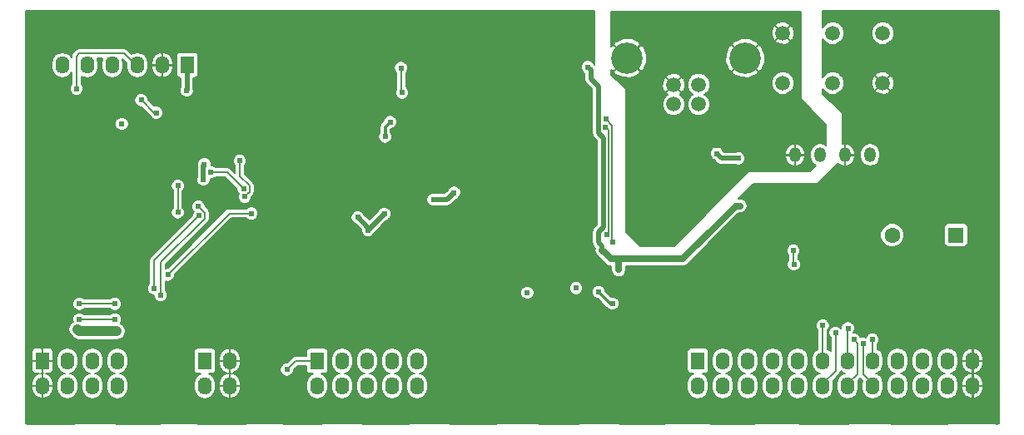
<source format=gbl>
G04 #@! TF.FileFunction,Copper,L2,Bot,Signal*
%FSLAX46Y46*%
G04 Gerber Fmt 4.6, Leading zero omitted, Abs format (unit mm)*
G04 Created by KiCad (PCBNEW 4.0.6) date 08/12/17 18:43:04*
%MOMM*%
%LPD*%
G01*
G04 APERTURE LIST*
%ADD10C,0.100000*%
%ADD11R,1.400000X1.800000*%
%ADD12O,1.400000X1.800000*%
%ADD13R,1.600000X1.600000*%
%ADD14C,1.600000*%
%ADD15C,1.520000*%
%ADD16C,3.200000*%
%ADD17C,1.500000*%
%ADD18O,1.200000X1.500000*%
%ADD19C,0.604800*%
%ADD20C,0.600000*%
%ADD21C,0.500000*%
%ADD22C,1.000000*%
%ADD23C,0.700000*%
%ADD24C,0.200000*%
%ADD25C,0.300000*%
G04 APERTURE END LIST*
D10*
D11*
X36950000Y-24500000D03*
D12*
X34410000Y-24500000D03*
X31870000Y-24500000D03*
X29330000Y-24500000D03*
X26790000Y-24500000D03*
X24250000Y-24500000D03*
D13*
X115150000Y-41800000D03*
D14*
X108650000Y-41800000D03*
D15*
X88970000Y-28500000D03*
X86430000Y-28500000D03*
X86430000Y-26500000D03*
X88970000Y-26500000D03*
D16*
X93700000Y-23800000D03*
X81700000Y-23800000D03*
D17*
X97520000Y-26340000D03*
X97520000Y-21260000D03*
X102600000Y-26340000D03*
X102600000Y-21260000D03*
X107680000Y-21260000D03*
X107680000Y-26340000D03*
D11*
X22225000Y-54610000D03*
D12*
X22225000Y-57150000D03*
X24765000Y-54610000D03*
X24765000Y-57150000D03*
X27305000Y-54610000D03*
X27305000Y-57150000D03*
X29845000Y-54610000D03*
X29845000Y-57150000D03*
D11*
X38735000Y-54610000D03*
D12*
X38735000Y-57150000D03*
X41275000Y-54610000D03*
X41275000Y-57150000D03*
D11*
X50165000Y-54610000D03*
D12*
X50165000Y-57150000D03*
X52705000Y-54610000D03*
X52705000Y-57150000D03*
X55245000Y-54610000D03*
X55245000Y-57150000D03*
X57785000Y-54610000D03*
X57785000Y-57150000D03*
X60325000Y-54610000D03*
X60325000Y-57150000D03*
D11*
X88900000Y-54610000D03*
D12*
X88900000Y-57150000D03*
X91440000Y-54610000D03*
X91440000Y-57150000D03*
X93980000Y-54610000D03*
X93980000Y-57150000D03*
X96520000Y-54610000D03*
X96520000Y-57150000D03*
X99060000Y-54610000D03*
X99060000Y-57150000D03*
X101600000Y-54610000D03*
X101600000Y-57150000D03*
X104140000Y-54610000D03*
X104140000Y-57150000D03*
X106680000Y-54610000D03*
X106680000Y-57150000D03*
X109220000Y-54610000D03*
X109220000Y-57150000D03*
X111760000Y-54610000D03*
X111760000Y-57150000D03*
X114300000Y-54610000D03*
X114300000Y-57150000D03*
X116840000Y-54610000D03*
X116840000Y-57150000D03*
D18*
X98790000Y-33650000D03*
X101330000Y-33650000D03*
X103870000Y-33650000D03*
X106410000Y-33650000D03*
D19*
X66750000Y-25650000D03*
X69700000Y-43100000D03*
X75300000Y-35600000D03*
X99800000Y-40800000D03*
X101800000Y-19200000D03*
X108400000Y-19200000D03*
X114700000Y-19200000D03*
X119300000Y-19200000D03*
X119300000Y-23200000D03*
X119300000Y-28000000D03*
X119300000Y-33400000D03*
X119300000Y-38900000D03*
X119300000Y-43900000D03*
X119300000Y-50000000D03*
X119300000Y-55700000D03*
X119300000Y-60800000D03*
X114200000Y-60800000D03*
X108600000Y-60800000D03*
X104100000Y-60800000D03*
X99300000Y-60800000D03*
X94500000Y-60800000D03*
X90200000Y-60800000D03*
X85400000Y-60800000D03*
X81000000Y-60800000D03*
X76700000Y-60800000D03*
X72800000Y-60800000D03*
X68300000Y-60800000D03*
X63700000Y-60800000D03*
X59400000Y-60800000D03*
X54800000Y-60800000D03*
X50500000Y-60800000D03*
X46800000Y-60800000D03*
X42800000Y-60800000D03*
X38100000Y-60800000D03*
X34100000Y-60800000D03*
X29800000Y-60800000D03*
X20700000Y-60800000D03*
X25400000Y-60800000D03*
X20700000Y-56400000D03*
X20700000Y-52700000D03*
X20700000Y-48700000D03*
X20700000Y-44400000D03*
X20700000Y-39300000D03*
X20700000Y-34500000D03*
X20700000Y-30300002D03*
X20700000Y-26600000D03*
X20700000Y-23000000D03*
X20700000Y-19200000D03*
X24800000Y-19200000D03*
X28800000Y-19200000D03*
X38399998Y-19200002D03*
X33700000Y-19200000D03*
X42500000Y-19200000D03*
X46100000Y-19200000D03*
X50000000Y-19200000D03*
X54900000Y-19200000D03*
X59200000Y-19200000D03*
X63800000Y-19200000D03*
X68500000Y-19200000D03*
X73600000Y-19200000D03*
X78200000Y-19200000D03*
X36300000Y-56500000D03*
X35500000Y-56500000D03*
X48783154Y-43015501D03*
X69050000Y-39950000D03*
X67350000Y-41700000D03*
X75100000Y-40400000D03*
X104300000Y-42400000D03*
X114350000Y-27400000D03*
X116950000Y-48950000D03*
X33050000Y-32500000D03*
X56334889Y-42615111D03*
X58457628Y-42207628D03*
X39000000Y-42850000D03*
X50400000Y-44950000D03*
X47400000Y-32100000D03*
X51600000Y-28100000D03*
X64500000Y-44499996D03*
X76650000Y-31800000D03*
X43100000Y-35000000D03*
X30103554Y-42050000D03*
X77542743Y-43096293D03*
X72642743Y-44996293D03*
X75000000Y-44996293D03*
X54061549Y-34248001D03*
X52250000Y-38200000D03*
X61100000Y-46500000D03*
X62400000Y-27550000D03*
X63600000Y-28650000D03*
X65900000Y-30850000D03*
X71350000Y-36550000D03*
X65350000Y-35800000D03*
X61600000Y-35200000D03*
X58050000Y-31700000D03*
X58800000Y-32350000D03*
X59700000Y-33250001D03*
X94200000Y-43850000D03*
X29800000Y-51600000D03*
X25800000Y-51400000D03*
X77700000Y-24700000D03*
X76500000Y-47200000D03*
X79150000Y-43350000D03*
X80850000Y-45350000D03*
X93160030Y-38839970D03*
X34271971Y-47928029D03*
X38100000Y-38899996D03*
X58800000Y-27300000D03*
X29600000Y-48799988D03*
X25999999Y-48800000D03*
X58699994Y-24800000D03*
X42700000Y-37100000D03*
X39350000Y-35400000D03*
X33608176Y-47264234D03*
X38147685Y-39843175D03*
X43500000Y-39600000D03*
X35000000Y-45850000D03*
X47100012Y-55500000D03*
X29600000Y-50400000D03*
X26000000Y-50400000D03*
X98650000Y-44800000D03*
X98600000Y-43400000D03*
X102900000Y-51750000D03*
X104750000Y-52450000D03*
X101600000Y-50999992D03*
X105700000Y-52850000D03*
X106650000Y-52457590D03*
X104150002Y-51300000D03*
X93000000Y-34000000D03*
X90800000Y-33500000D03*
X88800000Y-33000000D03*
X85400000Y-35600000D03*
X86900000Y-35600000D03*
X92900000Y-32600000D03*
X90800000Y-32700000D03*
X86900000Y-40400000D03*
X86900000Y-38800000D03*
X85300000Y-31700000D03*
X36900000Y-27100000D03*
X57100000Y-31800000D03*
X57600000Y-30300000D03*
X78800000Y-47600000D03*
X80195252Y-48795252D03*
X64100000Y-37500000D03*
X62000000Y-38200000D03*
X38600000Y-36150000D03*
X38700000Y-34600000D03*
X71542743Y-47696293D03*
X57000000Y-39650000D03*
X55350000Y-41300002D03*
X54300000Y-40000000D03*
X25700000Y-26900000D03*
X33799997Y-29350003D03*
X32282442Y-28061500D03*
X36000000Y-36800000D03*
X36000000Y-39500000D03*
X80221195Y-42523314D03*
X79517347Y-30007850D03*
X79600000Y-41750000D03*
X79500000Y-30800000D03*
X30300000Y-30500000D03*
X42800002Y-37900000D03*
X42291970Y-34241970D03*
D20*
X108400000Y-19200000D02*
X101800000Y-19200000D01*
X119300000Y-19200000D02*
X114700000Y-19200000D01*
X119300000Y-28000000D02*
X119300000Y-23200000D01*
X119300000Y-38900000D02*
X119300000Y-33400000D01*
X119300000Y-50000000D02*
X119300000Y-43900000D01*
X119300000Y-60800000D02*
X119300000Y-55700000D01*
X108600000Y-60800000D02*
X114200000Y-60800000D01*
X99300000Y-60800000D02*
X104100000Y-60800000D01*
X90200000Y-60800000D02*
X94500000Y-60800000D01*
X81000000Y-60800000D02*
X85400000Y-60800000D01*
X72800000Y-60800000D02*
X76700000Y-60800000D01*
X63700000Y-60800000D02*
X68300000Y-60800000D01*
X54800000Y-60800000D02*
X59400000Y-60800000D01*
X46800000Y-60800000D02*
X50500000Y-60800000D01*
X38100000Y-60800000D02*
X42800000Y-60800000D01*
X29800000Y-60800000D02*
X34100000Y-60800000D01*
X25200000Y-60800000D02*
X21127658Y-60800000D01*
X25300000Y-60700000D02*
X25200000Y-60800000D01*
X21127658Y-60800000D02*
X20700000Y-60800000D01*
X25400000Y-60800000D02*
X20700000Y-60800000D01*
X20700000Y-52700000D02*
X20700000Y-56400000D01*
X20700000Y-44400000D02*
X20700000Y-48700000D01*
X20700000Y-34500000D02*
X20700000Y-39300000D01*
X20700000Y-26600000D02*
X20700000Y-30300002D01*
X20700000Y-19200000D02*
X20700000Y-23000000D01*
X28800000Y-19200000D02*
X24800000Y-19200000D01*
X38399996Y-19200000D02*
X38399998Y-19200002D01*
X33700000Y-19200000D02*
X38399996Y-19200000D01*
X46100000Y-19200000D02*
X42500000Y-19200000D01*
X54900000Y-19200000D02*
X50000000Y-19200000D01*
X63800000Y-19200000D02*
X59200000Y-19200000D01*
X73600000Y-19200000D02*
X68500000Y-19200000D01*
D21*
X77897601Y-19502399D02*
X78200000Y-19200000D01*
X76650000Y-20750000D02*
X77897601Y-19502399D01*
X76650000Y-31800000D02*
X76650000Y-20750000D01*
D22*
X29800000Y-51600000D02*
X26000000Y-51600000D01*
X26000000Y-51600000D02*
X25800000Y-51400000D01*
D21*
X78002399Y-25002399D02*
X77700000Y-24700000D01*
X78002399Y-25902399D02*
X78002399Y-25002399D01*
X78777599Y-26677599D02*
X78002399Y-25902399D01*
X78777599Y-29678444D02*
X78777599Y-26677599D01*
X79150000Y-43350000D02*
X79150000Y-42922342D01*
X79150000Y-42922342D02*
X78777599Y-42549941D01*
X78777599Y-42549941D02*
X78777599Y-41503247D01*
X78777599Y-41503247D02*
X79279990Y-41000856D01*
X79279990Y-41000856D02*
X79279990Y-31900000D01*
X79279990Y-31900000D02*
X78777599Y-31397609D01*
X78777599Y-30900000D02*
X78777599Y-29678444D01*
X78777599Y-31397609D02*
X78777599Y-30900000D01*
X78777599Y-29678444D02*
X78777599Y-29387095D01*
X78777599Y-29678444D02*
X78794946Y-29661097D01*
D23*
X79452399Y-43652399D02*
X79150000Y-43350000D01*
X80050000Y-44250000D02*
X79452399Y-43652399D01*
X80850000Y-44250000D02*
X80050000Y-44250000D01*
D21*
X79400000Y-43600000D02*
X79150000Y-43350000D01*
D23*
X87322342Y-44250000D02*
X80850000Y-44250000D01*
X80850000Y-44250000D02*
X80850000Y-45350000D01*
X91450000Y-40122342D02*
X87322342Y-44250000D01*
X93160030Y-38839970D02*
X92732372Y-38839970D01*
X92732372Y-38839970D02*
X91450000Y-40122342D01*
D24*
X38720086Y-39520082D02*
X38720086Y-40117928D01*
X34271971Y-47500371D02*
X34271971Y-47928029D01*
X34271971Y-44566043D02*
X34271971Y-47500371D01*
X38100000Y-38899996D02*
X38720086Y-39520082D01*
X38720086Y-40117928D02*
X34271971Y-44566043D01*
X58699994Y-27199994D02*
X58800000Y-27300000D01*
X58699994Y-24800000D02*
X58699994Y-27199994D01*
X25999999Y-48800000D02*
X29599988Y-48800000D01*
X29599988Y-48800000D02*
X29600000Y-48799988D01*
X41000000Y-35400000D02*
X42397601Y-36797601D01*
X42397601Y-36797601D02*
X42700000Y-37100000D01*
X39350000Y-35400000D02*
X41000000Y-35400000D01*
X33608176Y-46836576D02*
X33608176Y-47264234D01*
X33608176Y-44382684D02*
X33608176Y-46836576D01*
X38147685Y-39843175D02*
X33608176Y-44382684D01*
X43072342Y-39600000D02*
X43500000Y-39600000D01*
X41250000Y-39600000D02*
X43072342Y-39600000D01*
X35000000Y-45850000D02*
X41250000Y-39600000D01*
X47402411Y-55197601D02*
X47100012Y-55500000D01*
X47990012Y-54610000D02*
X47402411Y-55197601D01*
X50165000Y-54610000D02*
X47990012Y-54610000D01*
X26000000Y-50400000D02*
X29600000Y-50400000D01*
X29754748Y-50554748D02*
X29600000Y-50400000D01*
X98600000Y-44750000D02*
X98650000Y-44800000D01*
X98600000Y-43400000D02*
X98600000Y-44750000D01*
X102900000Y-55650000D02*
X102900000Y-51750000D01*
X101600000Y-56950000D02*
X102900000Y-55650000D01*
X101600000Y-57150000D02*
X101600000Y-56950000D01*
X105127598Y-52827598D02*
X104750000Y-52450000D01*
X104140000Y-57150000D02*
X104140000Y-56950000D01*
X105127598Y-55962402D02*
X105127598Y-52827598D01*
X104140000Y-56950000D02*
X105127598Y-55962402D01*
X101600000Y-54610000D02*
X101600000Y-50999992D01*
X105700000Y-55970000D02*
X105700000Y-52850000D01*
X106680000Y-56950000D02*
X105700000Y-55970000D01*
X106680000Y-57150000D02*
X106680000Y-56950000D01*
X106650000Y-52457590D02*
X106650000Y-54580000D01*
X106650000Y-54580000D02*
X106680000Y-54610000D01*
X104140000Y-51310002D02*
X104150002Y-51300000D01*
X104140000Y-54610000D02*
X104140000Y-51310002D01*
D21*
X90800000Y-33500000D02*
X91300000Y-34000000D01*
X92572342Y-34000000D02*
X93000000Y-34000000D01*
X91300000Y-34000000D02*
X92572342Y-34000000D01*
D25*
X86900000Y-35600000D02*
X85400000Y-35600000D01*
D21*
X36950000Y-27050000D02*
X36900000Y-27100000D01*
X36950000Y-24500000D02*
X36950000Y-27050000D01*
D25*
X57100000Y-31372342D02*
X57100000Y-31800000D01*
X57100000Y-30800000D02*
X57100000Y-31372342D01*
X57600000Y-30300000D02*
X57100000Y-30800000D01*
X80195252Y-48795252D02*
X79995252Y-48795252D01*
X79995252Y-48795252D02*
X78800000Y-47600000D01*
D21*
X62000000Y-38200000D02*
X63400000Y-38200000D01*
X63400000Y-38200000D02*
X64100000Y-37500000D01*
X38700000Y-34600000D02*
X38600000Y-34700000D01*
X38600000Y-34700000D02*
X38600000Y-36150000D01*
X56697601Y-39952399D02*
X57000000Y-39650000D01*
X55652399Y-40997601D02*
X56697601Y-39952399D01*
X55350000Y-41300002D02*
X55652399Y-40997601D01*
X55350000Y-41050000D02*
X55350000Y-41300002D01*
X54300000Y-40000000D02*
X55350000Y-41050000D01*
D24*
X25700000Y-26900000D02*
X25700000Y-23600000D01*
X25700000Y-23600000D02*
X25970010Y-23329990D01*
X25970010Y-23329990D02*
X30529990Y-23329990D01*
X30529990Y-23329990D02*
X31700000Y-24500000D01*
X31700000Y-24500000D02*
X31870000Y-24500000D01*
X33570945Y-29350003D02*
X33799997Y-29350003D01*
X32282442Y-28061500D02*
X33570945Y-29350003D01*
X36000000Y-39500000D02*
X36000000Y-36800000D01*
X80221195Y-42523314D02*
X80221195Y-42521195D01*
X80221195Y-42521195D02*
X80172401Y-42472401D01*
X80172401Y-42472401D02*
X80172401Y-30662904D01*
X80172401Y-30662904D02*
X79517347Y-30007850D01*
X79500000Y-30800000D02*
X79802399Y-31102399D01*
X79802399Y-31102399D02*
X79802399Y-31997601D01*
X79802399Y-31997601D02*
X79800000Y-32000000D01*
X79800000Y-32000000D02*
X79800000Y-41550000D01*
X79800000Y-41550000D02*
X79600000Y-41750000D01*
X42291970Y-34241970D02*
X42291970Y-35791970D01*
X43102401Y-37597601D02*
X42800002Y-37900000D01*
X42291970Y-35791970D02*
X43300000Y-36800000D01*
X43300000Y-36800000D02*
X43300000Y-37400002D01*
X43300000Y-37400002D02*
X43102401Y-37597601D01*
G36*
X78400000Y-24480762D02*
X78347871Y-24428633D01*
X78295813Y-24302642D01*
X78098397Y-24104881D01*
X77840329Y-23997722D01*
X77560897Y-23997478D01*
X77302642Y-24104187D01*
X77104881Y-24301603D01*
X76997722Y-24559671D01*
X76997478Y-24839103D01*
X77104187Y-25097358D01*
X77301603Y-25295119D01*
X77352399Y-25316211D01*
X77352399Y-25902399D01*
X77389844Y-26090650D01*
X77401877Y-26151144D01*
X77542780Y-26362018D01*
X78127599Y-26946838D01*
X78127599Y-31397609D01*
X78164439Y-31582818D01*
X78177077Y-31646354D01*
X78317980Y-31857228D01*
X78629990Y-32169239D01*
X78629990Y-40731617D01*
X78317980Y-41043628D01*
X78177077Y-41254502D01*
X78177077Y-41254503D01*
X78127599Y-41503247D01*
X78127599Y-42549941D01*
X78157448Y-42700001D01*
X78177077Y-42798686D01*
X78317980Y-43009560D01*
X78442874Y-43134455D01*
X78400000Y-43350000D01*
X78457090Y-43637013D01*
X78619670Y-43880330D01*
X79519670Y-44780330D01*
X79762987Y-44942910D01*
X80050000Y-45000000D01*
X80100000Y-45000000D01*
X80100000Y-45350000D01*
X80157090Y-45637013D01*
X80319670Y-45880330D01*
X80562987Y-46042910D01*
X80850000Y-46100000D01*
X81137013Y-46042910D01*
X81380330Y-45880330D01*
X81542910Y-45637013D01*
X81600000Y-45350000D01*
X81600000Y-45000000D01*
X87322342Y-45000000D01*
X87609355Y-44942910D01*
X87852672Y-44780330D01*
X89093899Y-43539103D01*
X97897478Y-43539103D01*
X98004187Y-43797358D01*
X98100000Y-43893338D01*
X98100000Y-44356563D01*
X98054881Y-44401603D01*
X97947722Y-44659671D01*
X97947478Y-44939103D01*
X98054187Y-45197358D01*
X98251603Y-45395119D01*
X98509671Y-45502278D01*
X98789103Y-45502522D01*
X99047358Y-45395813D01*
X99245119Y-45198397D01*
X99352278Y-44940329D01*
X99352522Y-44660897D01*
X99245813Y-44402642D01*
X99100000Y-44256574D01*
X99100000Y-43893350D01*
X99195119Y-43798397D01*
X99302278Y-43540329D01*
X99302522Y-43260897D01*
X99195813Y-43002642D01*
X98998397Y-42804881D01*
X98740329Y-42697722D01*
X98460897Y-42697478D01*
X98202642Y-42804187D01*
X98004881Y-43001603D01*
X97897722Y-43259671D01*
X97897478Y-43539103D01*
X89093899Y-43539103D01*
X90595355Y-42037647D01*
X107449793Y-42037647D01*
X107632097Y-42478857D01*
X107969367Y-42816717D01*
X108410258Y-42999791D01*
X108887647Y-43000207D01*
X109328857Y-42817903D01*
X109666717Y-42480633D01*
X109849791Y-42039742D01*
X109850207Y-41562353D01*
X109667903Y-41121143D01*
X109546972Y-41000000D01*
X113942164Y-41000000D01*
X113942164Y-42600000D01*
X113970056Y-42748231D01*
X114057660Y-42884372D01*
X114191329Y-42975704D01*
X114350000Y-43007836D01*
X115950000Y-43007836D01*
X116098231Y-42979944D01*
X116234372Y-42892340D01*
X116325704Y-42758671D01*
X116357836Y-42600000D01*
X116357836Y-41000000D01*
X116329944Y-40851769D01*
X116242340Y-40715628D01*
X116108671Y-40624296D01*
X115950000Y-40592164D01*
X114350000Y-40592164D01*
X114201769Y-40620056D01*
X114065628Y-40707660D01*
X113974296Y-40841329D01*
X113942164Y-41000000D01*
X109546972Y-41000000D01*
X109330633Y-40783283D01*
X108889742Y-40600209D01*
X108412353Y-40599793D01*
X107971143Y-40782097D01*
X107633283Y-41119367D01*
X107450209Y-41560258D01*
X107449793Y-42037647D01*
X90595355Y-42037647D01*
X93043032Y-39589970D01*
X93160030Y-39589970D01*
X93447043Y-39532880D01*
X93690360Y-39370300D01*
X93852940Y-39126983D01*
X93910030Y-38839970D01*
X93852940Y-38552957D01*
X93690360Y-38309640D01*
X93447043Y-38147060D01*
X93160030Y-38089970D01*
X93051452Y-38089970D01*
X94541422Y-36600000D01*
X101000000Y-36600000D01*
X101038906Y-36592121D01*
X101070711Y-36570711D01*
X103154136Y-34487286D01*
X103180571Y-34524784D01*
X103510413Y-34733446D01*
X103688922Y-34783468D01*
X103845000Y-34699653D01*
X103845000Y-33675000D01*
X103895000Y-33675000D01*
X103895000Y-34699653D01*
X104051078Y-34783468D01*
X104229587Y-34733446D01*
X104559429Y-34524784D01*
X104784312Y-34205780D01*
X104870000Y-33825000D01*
X104870000Y-33675000D01*
X103895000Y-33675000D01*
X103845000Y-33675000D01*
X103825000Y-33675000D01*
X103825000Y-33625000D01*
X103845000Y-33625000D01*
X103845000Y-32600347D01*
X103895000Y-32600347D01*
X103895000Y-33625000D01*
X104870000Y-33625000D01*
X104870000Y-33477470D01*
X105410000Y-33477470D01*
X105410000Y-33822530D01*
X105486120Y-34205213D01*
X105702893Y-34529637D01*
X106027317Y-34746410D01*
X106410000Y-34822530D01*
X106792683Y-34746410D01*
X107117107Y-34529637D01*
X107333880Y-34205213D01*
X107410000Y-33822530D01*
X107410000Y-33477470D01*
X107333880Y-33094787D01*
X107117107Y-32770363D01*
X106792683Y-32553590D01*
X106410000Y-32477470D01*
X106027317Y-32553590D01*
X105702893Y-32770363D01*
X105486120Y-33094787D01*
X105410000Y-33477470D01*
X104870000Y-33477470D01*
X104870000Y-33475000D01*
X104784312Y-33094220D01*
X104559429Y-32775216D01*
X104229587Y-32566554D01*
X104051078Y-32516532D01*
X103895000Y-32600347D01*
X103845000Y-32600347D01*
X103688922Y-32516532D01*
X103600000Y-32541450D01*
X103600000Y-29500000D01*
X103592121Y-29461094D01*
X103570711Y-29429289D01*
X101600000Y-27458578D01*
X101600000Y-26931256D01*
X101624509Y-26990572D01*
X101947727Y-27314354D01*
X102370247Y-27489800D01*
X102827746Y-27490199D01*
X103250572Y-27315491D01*
X103450546Y-27115865D01*
X106939490Y-27115865D01*
X107011187Y-27303076D01*
X107430650Y-27485710D01*
X107888075Y-27493920D01*
X108313823Y-27326456D01*
X108348813Y-27303076D01*
X108420510Y-27115865D01*
X107680000Y-26375355D01*
X106939490Y-27115865D01*
X103450546Y-27115865D01*
X103574354Y-26992273D01*
X103749800Y-26569753D01*
X103749818Y-26548075D01*
X106526080Y-26548075D01*
X106693544Y-26973823D01*
X106716924Y-27008813D01*
X106904135Y-27080510D01*
X107644645Y-26340000D01*
X107715355Y-26340000D01*
X108455865Y-27080510D01*
X108643076Y-27008813D01*
X108825710Y-26589350D01*
X108833920Y-26131925D01*
X108666456Y-25706177D01*
X108643076Y-25671187D01*
X108455865Y-25599490D01*
X107715355Y-26340000D01*
X107644645Y-26340000D01*
X106904135Y-25599490D01*
X106716924Y-25671187D01*
X106534290Y-26090650D01*
X106526080Y-26548075D01*
X103749818Y-26548075D01*
X103750199Y-26112254D01*
X103575491Y-25689428D01*
X103450417Y-25564135D01*
X106939490Y-25564135D01*
X107680000Y-26304645D01*
X108420510Y-25564135D01*
X108348813Y-25376924D01*
X107929350Y-25194290D01*
X107471925Y-25186080D01*
X107046177Y-25353544D01*
X107011187Y-25376924D01*
X106939490Y-25564135D01*
X103450417Y-25564135D01*
X103252273Y-25365646D01*
X102829753Y-25190200D01*
X102372254Y-25189801D01*
X101949428Y-25364509D01*
X101625646Y-25687727D01*
X101600000Y-25749489D01*
X101600000Y-21851256D01*
X101624509Y-21910572D01*
X101947727Y-22234354D01*
X102370247Y-22409800D01*
X102827746Y-22410199D01*
X103250572Y-22235491D01*
X103574354Y-21912273D01*
X103749800Y-21489753D01*
X103749801Y-21487746D01*
X106529801Y-21487746D01*
X106704509Y-21910572D01*
X107027727Y-22234354D01*
X107450247Y-22409800D01*
X107907746Y-22410199D01*
X108330572Y-22235491D01*
X108654354Y-21912273D01*
X108829800Y-21489753D01*
X108830199Y-21032254D01*
X108655491Y-20609428D01*
X108332273Y-20285646D01*
X107909753Y-20110200D01*
X107452254Y-20109801D01*
X107029428Y-20284509D01*
X106705646Y-20607727D01*
X106530200Y-21030247D01*
X106529801Y-21487746D01*
X103749801Y-21487746D01*
X103750199Y-21032254D01*
X103575491Y-20609428D01*
X103252273Y-20285646D01*
X102829753Y-20110200D01*
X102372254Y-20109801D01*
X101949428Y-20284509D01*
X101625646Y-20607727D01*
X101600000Y-20669489D01*
X101600000Y-19000000D01*
X119500000Y-19000000D01*
X119500000Y-61000000D01*
X20500000Y-61000000D01*
X20500000Y-57175000D01*
X21125000Y-57175000D01*
X21125000Y-57375000D01*
X21218300Y-57794049D01*
X21464861Y-58145495D01*
X21827146Y-58375834D01*
X22028274Y-58432266D01*
X22200000Y-58349687D01*
X22200000Y-57175000D01*
X22250000Y-57175000D01*
X22250000Y-58349687D01*
X22421726Y-58432266D01*
X22622854Y-58375834D01*
X22985139Y-58145495D01*
X23231700Y-57794049D01*
X23325000Y-57375000D01*
X23325000Y-57175000D01*
X22250000Y-57175000D01*
X22200000Y-57175000D01*
X21125000Y-57175000D01*
X20500000Y-57175000D01*
X20500000Y-54735000D01*
X21125000Y-54735000D01*
X21125000Y-55589565D01*
X21185896Y-55736582D01*
X21298418Y-55849104D01*
X21445435Y-55910000D01*
X21877635Y-55910000D01*
X21827146Y-55924166D01*
X21464861Y-56154505D01*
X21218300Y-56505951D01*
X21125000Y-56925000D01*
X21125000Y-57125000D01*
X22200000Y-57125000D01*
X22200000Y-55950313D01*
X22105250Y-55904750D01*
X22200000Y-55810000D01*
X22200000Y-54635000D01*
X22250000Y-54635000D01*
X22250000Y-55810000D01*
X22344750Y-55904750D01*
X22250000Y-55950313D01*
X22250000Y-57125000D01*
X23325000Y-57125000D01*
X23325000Y-56925000D01*
X23231700Y-56505951D01*
X22985139Y-56154505D01*
X22622854Y-55924166D01*
X22572365Y-55910000D01*
X23004565Y-55910000D01*
X23151582Y-55849104D01*
X23264104Y-55736582D01*
X23325000Y-55589565D01*
X23325000Y-54735000D01*
X23225000Y-54635000D01*
X22250000Y-54635000D01*
X22200000Y-54635000D01*
X21225000Y-54635000D01*
X21125000Y-54735000D01*
X20500000Y-54735000D01*
X20500000Y-53630435D01*
X21125000Y-53630435D01*
X21125000Y-54485000D01*
X21225000Y-54585000D01*
X22200000Y-54585000D01*
X22200000Y-53410000D01*
X22250000Y-53410000D01*
X22250000Y-54585000D01*
X23225000Y-54585000D01*
X23325000Y-54485000D01*
X23325000Y-54384531D01*
X23665000Y-54384531D01*
X23665000Y-54835469D01*
X23748733Y-55256421D01*
X23987183Y-55613286D01*
X24344048Y-55851736D01*
X24486140Y-55880000D01*
X24344048Y-55908264D01*
X23987183Y-56146714D01*
X23748733Y-56503579D01*
X23665000Y-56924531D01*
X23665000Y-57375469D01*
X23748733Y-57796421D01*
X23987183Y-58153286D01*
X24344048Y-58391736D01*
X24765000Y-58475469D01*
X25185952Y-58391736D01*
X25542817Y-58153286D01*
X25781267Y-57796421D01*
X25865000Y-57375469D01*
X25865000Y-56924531D01*
X25781267Y-56503579D01*
X25542817Y-56146714D01*
X25185952Y-55908264D01*
X25043860Y-55880000D01*
X25185952Y-55851736D01*
X25542817Y-55613286D01*
X25781267Y-55256421D01*
X25865000Y-54835469D01*
X25865000Y-54384531D01*
X26205000Y-54384531D01*
X26205000Y-54835469D01*
X26288733Y-55256421D01*
X26527183Y-55613286D01*
X26884048Y-55851736D01*
X27026140Y-55880000D01*
X26884048Y-55908264D01*
X26527183Y-56146714D01*
X26288733Y-56503579D01*
X26205000Y-56924531D01*
X26205000Y-57375469D01*
X26288733Y-57796421D01*
X26527183Y-58153286D01*
X26884048Y-58391736D01*
X27305000Y-58475469D01*
X27725952Y-58391736D01*
X28082817Y-58153286D01*
X28321267Y-57796421D01*
X28405000Y-57375469D01*
X28405000Y-56924531D01*
X28321267Y-56503579D01*
X28082817Y-56146714D01*
X27725952Y-55908264D01*
X27583860Y-55880000D01*
X27725952Y-55851736D01*
X28082817Y-55613286D01*
X28321267Y-55256421D01*
X28405000Y-54835469D01*
X28405000Y-54384531D01*
X28745000Y-54384531D01*
X28745000Y-54835469D01*
X28828733Y-55256421D01*
X29067183Y-55613286D01*
X29424048Y-55851736D01*
X29566140Y-55880000D01*
X29424048Y-55908264D01*
X29067183Y-56146714D01*
X28828733Y-56503579D01*
X28745000Y-56924531D01*
X28745000Y-57375469D01*
X28828733Y-57796421D01*
X29067183Y-58153286D01*
X29424048Y-58391736D01*
X29845000Y-58475469D01*
X30265952Y-58391736D01*
X30622817Y-58153286D01*
X30861267Y-57796421D01*
X30945000Y-57375469D01*
X30945000Y-56924531D01*
X30861267Y-56503579D01*
X30622817Y-56146714D01*
X30265952Y-55908264D01*
X30123860Y-55880000D01*
X30265952Y-55851736D01*
X30622817Y-55613286D01*
X30861267Y-55256421D01*
X30945000Y-54835469D01*
X30945000Y-54384531D01*
X30861267Y-53963579D01*
X30691831Y-53710000D01*
X37627164Y-53710000D01*
X37627164Y-55510000D01*
X37655056Y-55658231D01*
X37742660Y-55794372D01*
X37876329Y-55885704D01*
X38035000Y-55917836D01*
X38299723Y-55917836D01*
X37957183Y-56146714D01*
X37718733Y-56503579D01*
X37635000Y-56924531D01*
X37635000Y-57375469D01*
X37718733Y-57796421D01*
X37957183Y-58153286D01*
X38314048Y-58391736D01*
X38735000Y-58475469D01*
X39155952Y-58391736D01*
X39512817Y-58153286D01*
X39751267Y-57796421D01*
X39835000Y-57375469D01*
X39835000Y-57175000D01*
X40175000Y-57175000D01*
X40175000Y-57375000D01*
X40268300Y-57794049D01*
X40514861Y-58145495D01*
X40877146Y-58375834D01*
X41078274Y-58432266D01*
X41250000Y-58349687D01*
X41250000Y-57175000D01*
X41300000Y-57175000D01*
X41300000Y-58349687D01*
X41471726Y-58432266D01*
X41672854Y-58375834D01*
X42035139Y-58145495D01*
X42281700Y-57794049D01*
X42375000Y-57375000D01*
X42375000Y-57175000D01*
X41300000Y-57175000D01*
X41250000Y-57175000D01*
X40175000Y-57175000D01*
X39835000Y-57175000D01*
X39835000Y-56924531D01*
X39751267Y-56503579D01*
X39512817Y-56146714D01*
X39170277Y-55917836D01*
X39435000Y-55917836D01*
X39583231Y-55889944D01*
X39719372Y-55802340D01*
X39810704Y-55668671D01*
X39842836Y-55510000D01*
X39842836Y-54635000D01*
X40175000Y-54635000D01*
X40175000Y-54835000D01*
X40268300Y-55254049D01*
X40514861Y-55605495D01*
X40877146Y-55835834D01*
X41034557Y-55880000D01*
X40877146Y-55924166D01*
X40514861Y-56154505D01*
X40268300Y-56505951D01*
X40175000Y-56925000D01*
X40175000Y-57125000D01*
X41250000Y-57125000D01*
X41250000Y-55950313D01*
X41103782Y-55880000D01*
X41250000Y-55809687D01*
X41250000Y-54635000D01*
X41300000Y-54635000D01*
X41300000Y-55809687D01*
X41446218Y-55880000D01*
X41300000Y-55950313D01*
X41300000Y-57125000D01*
X42375000Y-57125000D01*
X42375000Y-56925000D01*
X42281700Y-56505951D01*
X42035139Y-56154505D01*
X41672854Y-55924166D01*
X41515443Y-55880000D01*
X41672854Y-55835834D01*
X41982279Y-55639103D01*
X46397490Y-55639103D01*
X46504199Y-55897358D01*
X46701615Y-56095119D01*
X46959683Y-56202278D01*
X47239115Y-56202522D01*
X47497370Y-56095813D01*
X47695131Y-55898397D01*
X47802290Y-55640329D01*
X47802408Y-55504710D01*
X48197119Y-55110000D01*
X49057164Y-55110000D01*
X49057164Y-55510000D01*
X49085056Y-55658231D01*
X49172660Y-55794372D01*
X49306329Y-55885704D01*
X49465000Y-55917836D01*
X49729723Y-55917836D01*
X49387183Y-56146714D01*
X49148733Y-56503579D01*
X49065000Y-56924531D01*
X49065000Y-57375469D01*
X49148733Y-57796421D01*
X49387183Y-58153286D01*
X49744048Y-58391736D01*
X50165000Y-58475469D01*
X50585952Y-58391736D01*
X50942817Y-58153286D01*
X51181267Y-57796421D01*
X51265000Y-57375469D01*
X51265000Y-56924531D01*
X51181267Y-56503579D01*
X50942817Y-56146714D01*
X50600277Y-55917836D01*
X50865000Y-55917836D01*
X51013231Y-55889944D01*
X51149372Y-55802340D01*
X51240704Y-55668671D01*
X51272836Y-55510000D01*
X51272836Y-54384531D01*
X51605000Y-54384531D01*
X51605000Y-54835469D01*
X51688733Y-55256421D01*
X51927183Y-55613286D01*
X52284048Y-55851736D01*
X52426140Y-55880000D01*
X52284048Y-55908264D01*
X51927183Y-56146714D01*
X51688733Y-56503579D01*
X51605000Y-56924531D01*
X51605000Y-57375469D01*
X51688733Y-57796421D01*
X51927183Y-58153286D01*
X52284048Y-58391736D01*
X52705000Y-58475469D01*
X53125952Y-58391736D01*
X53482817Y-58153286D01*
X53721267Y-57796421D01*
X53805000Y-57375469D01*
X53805000Y-56924531D01*
X53721267Y-56503579D01*
X53482817Y-56146714D01*
X53125952Y-55908264D01*
X52983860Y-55880000D01*
X53125952Y-55851736D01*
X53482817Y-55613286D01*
X53721267Y-55256421D01*
X53805000Y-54835469D01*
X53805000Y-54384531D01*
X54145000Y-54384531D01*
X54145000Y-54835469D01*
X54228733Y-55256421D01*
X54467183Y-55613286D01*
X54824048Y-55851736D01*
X54966140Y-55880000D01*
X54824048Y-55908264D01*
X54467183Y-56146714D01*
X54228733Y-56503579D01*
X54145000Y-56924531D01*
X54145000Y-57375469D01*
X54228733Y-57796421D01*
X54467183Y-58153286D01*
X54824048Y-58391736D01*
X55245000Y-58475469D01*
X55665952Y-58391736D01*
X56022817Y-58153286D01*
X56261267Y-57796421D01*
X56345000Y-57375469D01*
X56345000Y-56924531D01*
X56261267Y-56503579D01*
X56022817Y-56146714D01*
X55665952Y-55908264D01*
X55523860Y-55880000D01*
X55665952Y-55851736D01*
X56022817Y-55613286D01*
X56261267Y-55256421D01*
X56345000Y-54835469D01*
X56345000Y-54384531D01*
X56685000Y-54384531D01*
X56685000Y-54835469D01*
X56768733Y-55256421D01*
X57007183Y-55613286D01*
X57364048Y-55851736D01*
X57506140Y-55880000D01*
X57364048Y-55908264D01*
X57007183Y-56146714D01*
X56768733Y-56503579D01*
X56685000Y-56924531D01*
X56685000Y-57375469D01*
X56768733Y-57796421D01*
X57007183Y-58153286D01*
X57364048Y-58391736D01*
X57785000Y-58475469D01*
X58205952Y-58391736D01*
X58562817Y-58153286D01*
X58801267Y-57796421D01*
X58885000Y-57375469D01*
X58885000Y-56924531D01*
X58801267Y-56503579D01*
X58562817Y-56146714D01*
X58205952Y-55908264D01*
X58063860Y-55880000D01*
X58205952Y-55851736D01*
X58562817Y-55613286D01*
X58801267Y-55256421D01*
X58885000Y-54835469D01*
X58885000Y-54384531D01*
X59225000Y-54384531D01*
X59225000Y-54835469D01*
X59308733Y-55256421D01*
X59547183Y-55613286D01*
X59904048Y-55851736D01*
X60046140Y-55880000D01*
X59904048Y-55908264D01*
X59547183Y-56146714D01*
X59308733Y-56503579D01*
X59225000Y-56924531D01*
X59225000Y-57375469D01*
X59308733Y-57796421D01*
X59547183Y-58153286D01*
X59904048Y-58391736D01*
X60325000Y-58475469D01*
X60745952Y-58391736D01*
X61102817Y-58153286D01*
X61341267Y-57796421D01*
X61425000Y-57375469D01*
X61425000Y-56924531D01*
X61341267Y-56503579D01*
X61102817Y-56146714D01*
X60745952Y-55908264D01*
X60603860Y-55880000D01*
X60745952Y-55851736D01*
X61102817Y-55613286D01*
X61341267Y-55256421D01*
X61425000Y-54835469D01*
X61425000Y-54384531D01*
X61341267Y-53963579D01*
X61171831Y-53710000D01*
X87792164Y-53710000D01*
X87792164Y-55510000D01*
X87820056Y-55658231D01*
X87907660Y-55794372D01*
X88041329Y-55885704D01*
X88200000Y-55917836D01*
X88464723Y-55917836D01*
X88122183Y-56146714D01*
X87883733Y-56503579D01*
X87800000Y-56924531D01*
X87800000Y-57375469D01*
X87883733Y-57796421D01*
X88122183Y-58153286D01*
X88479048Y-58391736D01*
X88900000Y-58475469D01*
X89320952Y-58391736D01*
X89677817Y-58153286D01*
X89916267Y-57796421D01*
X90000000Y-57375469D01*
X90000000Y-56924531D01*
X89916267Y-56503579D01*
X89677817Y-56146714D01*
X89335277Y-55917836D01*
X89600000Y-55917836D01*
X89748231Y-55889944D01*
X89884372Y-55802340D01*
X89975704Y-55668671D01*
X90007836Y-55510000D01*
X90007836Y-54384531D01*
X90340000Y-54384531D01*
X90340000Y-54835469D01*
X90423733Y-55256421D01*
X90662183Y-55613286D01*
X91019048Y-55851736D01*
X91161140Y-55880000D01*
X91019048Y-55908264D01*
X90662183Y-56146714D01*
X90423733Y-56503579D01*
X90340000Y-56924531D01*
X90340000Y-57375469D01*
X90423733Y-57796421D01*
X90662183Y-58153286D01*
X91019048Y-58391736D01*
X91440000Y-58475469D01*
X91860952Y-58391736D01*
X92217817Y-58153286D01*
X92456267Y-57796421D01*
X92540000Y-57375469D01*
X92540000Y-56924531D01*
X92456267Y-56503579D01*
X92217817Y-56146714D01*
X91860952Y-55908264D01*
X91718860Y-55880000D01*
X91860952Y-55851736D01*
X92217817Y-55613286D01*
X92456267Y-55256421D01*
X92540000Y-54835469D01*
X92540000Y-54384531D01*
X92880000Y-54384531D01*
X92880000Y-54835469D01*
X92963733Y-55256421D01*
X93202183Y-55613286D01*
X93559048Y-55851736D01*
X93701140Y-55880000D01*
X93559048Y-55908264D01*
X93202183Y-56146714D01*
X92963733Y-56503579D01*
X92880000Y-56924531D01*
X92880000Y-57375469D01*
X92963733Y-57796421D01*
X93202183Y-58153286D01*
X93559048Y-58391736D01*
X93980000Y-58475469D01*
X94400952Y-58391736D01*
X94757817Y-58153286D01*
X94996267Y-57796421D01*
X95080000Y-57375469D01*
X95080000Y-56924531D01*
X94996267Y-56503579D01*
X94757817Y-56146714D01*
X94400952Y-55908264D01*
X94258860Y-55880000D01*
X94400952Y-55851736D01*
X94757817Y-55613286D01*
X94996267Y-55256421D01*
X95080000Y-54835469D01*
X95080000Y-54384531D01*
X95420000Y-54384531D01*
X95420000Y-54835469D01*
X95503733Y-55256421D01*
X95742183Y-55613286D01*
X96099048Y-55851736D01*
X96241140Y-55880000D01*
X96099048Y-55908264D01*
X95742183Y-56146714D01*
X95503733Y-56503579D01*
X95420000Y-56924531D01*
X95420000Y-57375469D01*
X95503733Y-57796421D01*
X95742183Y-58153286D01*
X96099048Y-58391736D01*
X96520000Y-58475469D01*
X96940952Y-58391736D01*
X97297817Y-58153286D01*
X97536267Y-57796421D01*
X97620000Y-57375469D01*
X97620000Y-56924531D01*
X97536267Y-56503579D01*
X97297817Y-56146714D01*
X96940952Y-55908264D01*
X96798860Y-55880000D01*
X96940952Y-55851736D01*
X97297817Y-55613286D01*
X97536267Y-55256421D01*
X97620000Y-54835469D01*
X97620000Y-54384531D01*
X97960000Y-54384531D01*
X97960000Y-54835469D01*
X98043733Y-55256421D01*
X98282183Y-55613286D01*
X98639048Y-55851736D01*
X98781140Y-55880000D01*
X98639048Y-55908264D01*
X98282183Y-56146714D01*
X98043733Y-56503579D01*
X97960000Y-56924531D01*
X97960000Y-57375469D01*
X98043733Y-57796421D01*
X98282183Y-58153286D01*
X98639048Y-58391736D01*
X99060000Y-58475469D01*
X99480952Y-58391736D01*
X99837817Y-58153286D01*
X100076267Y-57796421D01*
X100160000Y-57375469D01*
X100160000Y-56924531D01*
X100076267Y-56503579D01*
X99837817Y-56146714D01*
X99480952Y-55908264D01*
X99338860Y-55880000D01*
X99480952Y-55851736D01*
X99837817Y-55613286D01*
X100076267Y-55256421D01*
X100160000Y-54835469D01*
X100160000Y-54384531D01*
X100500000Y-54384531D01*
X100500000Y-54835469D01*
X100583733Y-55256421D01*
X100822183Y-55613286D01*
X101179048Y-55851736D01*
X101321140Y-55880000D01*
X101179048Y-55908264D01*
X100822183Y-56146714D01*
X100583733Y-56503579D01*
X100500000Y-56924531D01*
X100500000Y-57375469D01*
X100583733Y-57796421D01*
X100822183Y-58153286D01*
X101179048Y-58391736D01*
X101600000Y-58475469D01*
X102020952Y-58391736D01*
X102377817Y-58153286D01*
X102616267Y-57796421D01*
X102700000Y-57375469D01*
X102700000Y-56924531D01*
X102639040Y-56618066D01*
X103253554Y-56003553D01*
X103344305Y-55867734D01*
X103361940Y-55841342D01*
X103400000Y-55650000D01*
X103400000Y-55638555D01*
X103719048Y-55851736D01*
X103861140Y-55880000D01*
X103719048Y-55908264D01*
X103362183Y-56146714D01*
X103123733Y-56503579D01*
X103040000Y-56924531D01*
X103040000Y-57375469D01*
X103123733Y-57796421D01*
X103362183Y-58153286D01*
X103719048Y-58391736D01*
X104140000Y-58475469D01*
X104560952Y-58391736D01*
X104917817Y-58153286D01*
X105156267Y-57796421D01*
X105240000Y-57375469D01*
X105240000Y-56924531D01*
X105179040Y-56618067D01*
X105410000Y-56387106D01*
X105640960Y-56618066D01*
X105580000Y-56924531D01*
X105580000Y-57375469D01*
X105663733Y-57796421D01*
X105902183Y-58153286D01*
X106259048Y-58391736D01*
X106680000Y-58475469D01*
X107100952Y-58391736D01*
X107457817Y-58153286D01*
X107696267Y-57796421D01*
X107780000Y-57375469D01*
X107780000Y-56924531D01*
X107696267Y-56503579D01*
X107457817Y-56146714D01*
X107100952Y-55908264D01*
X106958860Y-55880000D01*
X107100952Y-55851736D01*
X107457817Y-55613286D01*
X107696267Y-55256421D01*
X107780000Y-54835469D01*
X107780000Y-54384531D01*
X108120000Y-54384531D01*
X108120000Y-54835469D01*
X108203733Y-55256421D01*
X108442183Y-55613286D01*
X108799048Y-55851736D01*
X108941140Y-55880000D01*
X108799048Y-55908264D01*
X108442183Y-56146714D01*
X108203733Y-56503579D01*
X108120000Y-56924531D01*
X108120000Y-57375469D01*
X108203733Y-57796421D01*
X108442183Y-58153286D01*
X108799048Y-58391736D01*
X109220000Y-58475469D01*
X109640952Y-58391736D01*
X109997817Y-58153286D01*
X110236267Y-57796421D01*
X110320000Y-57375469D01*
X110320000Y-56924531D01*
X110236267Y-56503579D01*
X109997817Y-56146714D01*
X109640952Y-55908264D01*
X109498860Y-55880000D01*
X109640952Y-55851736D01*
X109997817Y-55613286D01*
X110236267Y-55256421D01*
X110320000Y-54835469D01*
X110320000Y-54384531D01*
X110660000Y-54384531D01*
X110660000Y-54835469D01*
X110743733Y-55256421D01*
X110982183Y-55613286D01*
X111339048Y-55851736D01*
X111481140Y-55880000D01*
X111339048Y-55908264D01*
X110982183Y-56146714D01*
X110743733Y-56503579D01*
X110660000Y-56924531D01*
X110660000Y-57375469D01*
X110743733Y-57796421D01*
X110982183Y-58153286D01*
X111339048Y-58391736D01*
X111760000Y-58475469D01*
X112180952Y-58391736D01*
X112537817Y-58153286D01*
X112776267Y-57796421D01*
X112860000Y-57375469D01*
X112860000Y-56924531D01*
X112776267Y-56503579D01*
X112537817Y-56146714D01*
X112180952Y-55908264D01*
X112038860Y-55880000D01*
X112180952Y-55851736D01*
X112537817Y-55613286D01*
X112776267Y-55256421D01*
X112860000Y-54835469D01*
X112860000Y-54384531D01*
X113200000Y-54384531D01*
X113200000Y-54835469D01*
X113283733Y-55256421D01*
X113522183Y-55613286D01*
X113879048Y-55851736D01*
X114021140Y-55880000D01*
X113879048Y-55908264D01*
X113522183Y-56146714D01*
X113283733Y-56503579D01*
X113200000Y-56924531D01*
X113200000Y-57375469D01*
X113283733Y-57796421D01*
X113522183Y-58153286D01*
X113879048Y-58391736D01*
X114300000Y-58475469D01*
X114720952Y-58391736D01*
X115077817Y-58153286D01*
X115316267Y-57796421D01*
X115400000Y-57375469D01*
X115400000Y-57175000D01*
X115740000Y-57175000D01*
X115740000Y-57375000D01*
X115833300Y-57794049D01*
X116079861Y-58145495D01*
X116442146Y-58375834D01*
X116643274Y-58432266D01*
X116815000Y-58349687D01*
X116815000Y-57175000D01*
X116865000Y-57175000D01*
X116865000Y-58349687D01*
X117036726Y-58432266D01*
X117237854Y-58375834D01*
X117600139Y-58145495D01*
X117846700Y-57794049D01*
X117940000Y-57375000D01*
X117940000Y-57175000D01*
X116865000Y-57175000D01*
X116815000Y-57175000D01*
X115740000Y-57175000D01*
X115400000Y-57175000D01*
X115400000Y-56924531D01*
X115316267Y-56503579D01*
X115077817Y-56146714D01*
X114720952Y-55908264D01*
X114578860Y-55880000D01*
X114720952Y-55851736D01*
X115077817Y-55613286D01*
X115316267Y-55256421D01*
X115400000Y-54835469D01*
X115400000Y-54635000D01*
X115740000Y-54635000D01*
X115740000Y-54835000D01*
X115833300Y-55254049D01*
X116079861Y-55605495D01*
X116442146Y-55835834D01*
X116599557Y-55880000D01*
X116442146Y-55924166D01*
X116079861Y-56154505D01*
X115833300Y-56505951D01*
X115740000Y-56925000D01*
X115740000Y-57125000D01*
X116815000Y-57125000D01*
X116815000Y-55950313D01*
X116668782Y-55880000D01*
X116815000Y-55809687D01*
X116815000Y-54635000D01*
X116865000Y-54635000D01*
X116865000Y-55809687D01*
X117011218Y-55880000D01*
X116865000Y-55950313D01*
X116865000Y-57125000D01*
X117940000Y-57125000D01*
X117940000Y-56925000D01*
X117846700Y-56505951D01*
X117600139Y-56154505D01*
X117237854Y-55924166D01*
X117080443Y-55880000D01*
X117237854Y-55835834D01*
X117600139Y-55605495D01*
X117846700Y-55254049D01*
X117940000Y-54835000D01*
X117940000Y-54635000D01*
X116865000Y-54635000D01*
X116815000Y-54635000D01*
X115740000Y-54635000D01*
X115400000Y-54635000D01*
X115400000Y-54385000D01*
X115740000Y-54385000D01*
X115740000Y-54585000D01*
X116815000Y-54585000D01*
X116815000Y-53410313D01*
X116865000Y-53410313D01*
X116865000Y-54585000D01*
X117940000Y-54585000D01*
X117940000Y-54385000D01*
X117846700Y-53965951D01*
X117600139Y-53614505D01*
X117237854Y-53384166D01*
X117036726Y-53327734D01*
X116865000Y-53410313D01*
X116815000Y-53410313D01*
X116643274Y-53327734D01*
X116442146Y-53384166D01*
X116079861Y-53614505D01*
X115833300Y-53965951D01*
X115740000Y-54385000D01*
X115400000Y-54385000D01*
X115400000Y-54384531D01*
X115316267Y-53963579D01*
X115077817Y-53606714D01*
X114720952Y-53368264D01*
X114300000Y-53284531D01*
X113879048Y-53368264D01*
X113522183Y-53606714D01*
X113283733Y-53963579D01*
X113200000Y-54384531D01*
X112860000Y-54384531D01*
X112776267Y-53963579D01*
X112537817Y-53606714D01*
X112180952Y-53368264D01*
X111760000Y-53284531D01*
X111339048Y-53368264D01*
X110982183Y-53606714D01*
X110743733Y-53963579D01*
X110660000Y-54384531D01*
X110320000Y-54384531D01*
X110236267Y-53963579D01*
X109997817Y-53606714D01*
X109640952Y-53368264D01*
X109220000Y-53284531D01*
X108799048Y-53368264D01*
X108442183Y-53606714D01*
X108203733Y-53963579D01*
X108120000Y-54384531D01*
X107780000Y-54384531D01*
X107696267Y-53963579D01*
X107457817Y-53606714D01*
X107150000Y-53401037D01*
X107150000Y-52950940D01*
X107245119Y-52855987D01*
X107352278Y-52597919D01*
X107352522Y-52318487D01*
X107245813Y-52060232D01*
X107048397Y-51862471D01*
X106790329Y-51755312D01*
X106510897Y-51755068D01*
X106252642Y-51861777D01*
X106054881Y-52059193D01*
X105991974Y-52210690D01*
X105840329Y-52147722D01*
X105560897Y-52147478D01*
X105410650Y-52209559D01*
X105345813Y-52052642D01*
X105148397Y-51854881D01*
X104890329Y-51747722D01*
X104695880Y-51747552D01*
X104745121Y-51698397D01*
X104852280Y-51440329D01*
X104852524Y-51160897D01*
X104745815Y-50902642D01*
X104548399Y-50704881D01*
X104290331Y-50597722D01*
X104010899Y-50597478D01*
X103752644Y-50704187D01*
X103554883Y-50901603D01*
X103447724Y-51159671D01*
X103447598Y-51304342D01*
X103298397Y-51154881D01*
X103040329Y-51047722D01*
X102760897Y-51047478D01*
X102502642Y-51154187D01*
X102304881Y-51351603D01*
X102197722Y-51609671D01*
X102197478Y-51889103D01*
X102304187Y-52147358D01*
X102400000Y-52243338D01*
X102400000Y-53639913D01*
X102377817Y-53606714D01*
X102100000Y-53421082D01*
X102100000Y-51493342D01*
X102195119Y-51398389D01*
X102302278Y-51140321D01*
X102302522Y-50860889D01*
X102195813Y-50602634D01*
X101998397Y-50404873D01*
X101740329Y-50297714D01*
X101460897Y-50297470D01*
X101202642Y-50404179D01*
X101004881Y-50601595D01*
X100897722Y-50859663D01*
X100897478Y-51139095D01*
X101004187Y-51397350D01*
X101100000Y-51493330D01*
X101100000Y-53421082D01*
X100822183Y-53606714D01*
X100583733Y-53963579D01*
X100500000Y-54384531D01*
X100160000Y-54384531D01*
X100076267Y-53963579D01*
X99837817Y-53606714D01*
X99480952Y-53368264D01*
X99060000Y-53284531D01*
X98639048Y-53368264D01*
X98282183Y-53606714D01*
X98043733Y-53963579D01*
X97960000Y-54384531D01*
X97620000Y-54384531D01*
X97536267Y-53963579D01*
X97297817Y-53606714D01*
X96940952Y-53368264D01*
X96520000Y-53284531D01*
X96099048Y-53368264D01*
X95742183Y-53606714D01*
X95503733Y-53963579D01*
X95420000Y-54384531D01*
X95080000Y-54384531D01*
X94996267Y-53963579D01*
X94757817Y-53606714D01*
X94400952Y-53368264D01*
X93980000Y-53284531D01*
X93559048Y-53368264D01*
X93202183Y-53606714D01*
X92963733Y-53963579D01*
X92880000Y-54384531D01*
X92540000Y-54384531D01*
X92456267Y-53963579D01*
X92217817Y-53606714D01*
X91860952Y-53368264D01*
X91440000Y-53284531D01*
X91019048Y-53368264D01*
X90662183Y-53606714D01*
X90423733Y-53963579D01*
X90340000Y-54384531D01*
X90007836Y-54384531D01*
X90007836Y-53710000D01*
X89979944Y-53561769D01*
X89892340Y-53425628D01*
X89758671Y-53334296D01*
X89600000Y-53302164D01*
X88200000Y-53302164D01*
X88051769Y-53330056D01*
X87915628Y-53417660D01*
X87824296Y-53551329D01*
X87792164Y-53710000D01*
X61171831Y-53710000D01*
X61102817Y-53606714D01*
X60745952Y-53368264D01*
X60325000Y-53284531D01*
X59904048Y-53368264D01*
X59547183Y-53606714D01*
X59308733Y-53963579D01*
X59225000Y-54384531D01*
X58885000Y-54384531D01*
X58801267Y-53963579D01*
X58562817Y-53606714D01*
X58205952Y-53368264D01*
X57785000Y-53284531D01*
X57364048Y-53368264D01*
X57007183Y-53606714D01*
X56768733Y-53963579D01*
X56685000Y-54384531D01*
X56345000Y-54384531D01*
X56261267Y-53963579D01*
X56022817Y-53606714D01*
X55665952Y-53368264D01*
X55245000Y-53284531D01*
X54824048Y-53368264D01*
X54467183Y-53606714D01*
X54228733Y-53963579D01*
X54145000Y-54384531D01*
X53805000Y-54384531D01*
X53721267Y-53963579D01*
X53482817Y-53606714D01*
X53125952Y-53368264D01*
X52705000Y-53284531D01*
X52284048Y-53368264D01*
X51927183Y-53606714D01*
X51688733Y-53963579D01*
X51605000Y-54384531D01*
X51272836Y-54384531D01*
X51272836Y-53710000D01*
X51244944Y-53561769D01*
X51157340Y-53425628D01*
X51023671Y-53334296D01*
X50865000Y-53302164D01*
X49465000Y-53302164D01*
X49316769Y-53330056D01*
X49180628Y-53417660D01*
X49089296Y-53551329D01*
X49057164Y-53710000D01*
X49057164Y-54110000D01*
X47990012Y-54110000D01*
X47798670Y-54148060D01*
X47636458Y-54256447D01*
X47095311Y-54797595D01*
X46960909Y-54797478D01*
X46702654Y-54904187D01*
X46504893Y-55101603D01*
X46397734Y-55359671D01*
X46397490Y-55639103D01*
X41982279Y-55639103D01*
X42035139Y-55605495D01*
X42281700Y-55254049D01*
X42375000Y-54835000D01*
X42375000Y-54635000D01*
X41300000Y-54635000D01*
X41250000Y-54635000D01*
X40175000Y-54635000D01*
X39842836Y-54635000D01*
X39842836Y-54385000D01*
X40175000Y-54385000D01*
X40175000Y-54585000D01*
X41250000Y-54585000D01*
X41250000Y-53410313D01*
X41300000Y-53410313D01*
X41300000Y-54585000D01*
X42375000Y-54585000D01*
X42375000Y-54385000D01*
X42281700Y-53965951D01*
X42035139Y-53614505D01*
X41672854Y-53384166D01*
X41471726Y-53327734D01*
X41300000Y-53410313D01*
X41250000Y-53410313D01*
X41078274Y-53327734D01*
X40877146Y-53384166D01*
X40514861Y-53614505D01*
X40268300Y-53965951D01*
X40175000Y-54385000D01*
X39842836Y-54385000D01*
X39842836Y-53710000D01*
X39814944Y-53561769D01*
X39727340Y-53425628D01*
X39593671Y-53334296D01*
X39435000Y-53302164D01*
X38035000Y-53302164D01*
X37886769Y-53330056D01*
X37750628Y-53417660D01*
X37659296Y-53551329D01*
X37627164Y-53710000D01*
X30691831Y-53710000D01*
X30622817Y-53606714D01*
X30265952Y-53368264D01*
X29845000Y-53284531D01*
X29424048Y-53368264D01*
X29067183Y-53606714D01*
X28828733Y-53963579D01*
X28745000Y-54384531D01*
X28405000Y-54384531D01*
X28321267Y-53963579D01*
X28082817Y-53606714D01*
X27725952Y-53368264D01*
X27305000Y-53284531D01*
X26884048Y-53368264D01*
X26527183Y-53606714D01*
X26288733Y-53963579D01*
X26205000Y-54384531D01*
X25865000Y-54384531D01*
X25781267Y-53963579D01*
X25542817Y-53606714D01*
X25185952Y-53368264D01*
X24765000Y-53284531D01*
X24344048Y-53368264D01*
X23987183Y-53606714D01*
X23748733Y-53963579D01*
X23665000Y-54384531D01*
X23325000Y-54384531D01*
X23325000Y-53630435D01*
X23264104Y-53483418D01*
X23151582Y-53370896D01*
X23004565Y-53310000D01*
X22350000Y-53310000D01*
X22250000Y-53410000D01*
X22200000Y-53410000D01*
X22100000Y-53310000D01*
X21445435Y-53310000D01*
X21298418Y-53370896D01*
X21185896Y-53483418D01*
X21125000Y-53630435D01*
X20500000Y-53630435D01*
X20500000Y-51400000D01*
X24900000Y-51400000D01*
X24968508Y-51744415D01*
X25163604Y-52036396D01*
X25363604Y-52236396D01*
X25655585Y-52431492D01*
X26000000Y-52500000D01*
X29800000Y-52500000D01*
X30144415Y-52431492D01*
X30436396Y-52236396D01*
X30631492Y-51944415D01*
X30700000Y-51600000D01*
X30631492Y-51255585D01*
X30436396Y-50963604D01*
X30192724Y-50800787D01*
X30195119Y-50798397D01*
X30302278Y-50540329D01*
X30302522Y-50260897D01*
X30195813Y-50002642D01*
X29998397Y-49804881D01*
X29740329Y-49697722D01*
X29460897Y-49697478D01*
X29202642Y-49804187D01*
X29106662Y-49900000D01*
X26493350Y-49900000D01*
X26398397Y-49804881D01*
X26140329Y-49697722D01*
X25860897Y-49697478D01*
X25602642Y-49804187D01*
X25404881Y-50001603D01*
X25297722Y-50259671D01*
X25297478Y-50539103D01*
X25341206Y-50644934D01*
X25163604Y-50763604D01*
X24968508Y-51055585D01*
X24900000Y-51400000D01*
X20500000Y-51400000D01*
X20500000Y-48939103D01*
X25297477Y-48939103D01*
X25404186Y-49197358D01*
X25601602Y-49395119D01*
X25859670Y-49502278D01*
X26139102Y-49502522D01*
X26397357Y-49395813D01*
X26493337Y-49300000D01*
X29106662Y-49300000D01*
X29201603Y-49395107D01*
X29459671Y-49502266D01*
X29739103Y-49502510D01*
X29997358Y-49395801D01*
X30195119Y-49198385D01*
X30302278Y-48940317D01*
X30302522Y-48660885D01*
X30195813Y-48402630D01*
X29998397Y-48204869D01*
X29740329Y-48097710D01*
X29460897Y-48097466D01*
X29202642Y-48204175D01*
X29106650Y-48300000D01*
X26493349Y-48300000D01*
X26398396Y-48204881D01*
X26140328Y-48097722D01*
X25860896Y-48097478D01*
X25602641Y-48204187D01*
X25404880Y-48401603D01*
X25297721Y-48659671D01*
X25297477Y-48939103D01*
X20500000Y-48939103D01*
X20500000Y-47403337D01*
X32905654Y-47403337D01*
X33012363Y-47661592D01*
X33209779Y-47859353D01*
X33467847Y-47966512D01*
X33569537Y-47966601D01*
X33569449Y-48067132D01*
X33676158Y-48325387D01*
X33873574Y-48523148D01*
X34131642Y-48630307D01*
X34411074Y-48630551D01*
X34669329Y-48523842D01*
X34867090Y-48326426D01*
X34974249Y-48068358D01*
X34974452Y-47835396D01*
X70840221Y-47835396D01*
X70946930Y-48093651D01*
X71144346Y-48291412D01*
X71402414Y-48398571D01*
X71681846Y-48398815D01*
X71940101Y-48292106D01*
X72137862Y-48094690D01*
X72245021Y-47836622D01*
X72245265Y-47557190D01*
X72155154Y-47339103D01*
X75797478Y-47339103D01*
X75904187Y-47597358D01*
X76101603Y-47795119D01*
X76359671Y-47902278D01*
X76639103Y-47902522D01*
X76897358Y-47795813D01*
X76954167Y-47739103D01*
X78097478Y-47739103D01*
X78204187Y-47997358D01*
X78401603Y-48195119D01*
X78659671Y-48302278D01*
X78724517Y-48302335D01*
X79588628Y-49166445D01*
X79599439Y-49192610D01*
X79796855Y-49390371D01*
X80054923Y-49497530D01*
X80334355Y-49497774D01*
X80592610Y-49391065D01*
X80790371Y-49193649D01*
X80897530Y-48935581D01*
X80897774Y-48656149D01*
X80791065Y-48397894D01*
X80593649Y-48200133D01*
X80335581Y-48092974D01*
X80070560Y-48092743D01*
X79502466Y-47524649D01*
X79502522Y-47460897D01*
X79395813Y-47202642D01*
X79198397Y-47004881D01*
X78940329Y-46897722D01*
X78660897Y-46897478D01*
X78402642Y-47004187D01*
X78204881Y-47201603D01*
X78097722Y-47459671D01*
X78097478Y-47739103D01*
X76954167Y-47739103D01*
X77095119Y-47598397D01*
X77202278Y-47340329D01*
X77202522Y-47060897D01*
X77095813Y-46802642D01*
X76898397Y-46604881D01*
X76640329Y-46497722D01*
X76360897Y-46497478D01*
X76102642Y-46604187D01*
X75904881Y-46801603D01*
X75797722Y-47059671D01*
X75797478Y-47339103D01*
X72155154Y-47339103D01*
X72138556Y-47298935D01*
X71941140Y-47101174D01*
X71683072Y-46994015D01*
X71403640Y-46993771D01*
X71145385Y-47100480D01*
X70947624Y-47297896D01*
X70840465Y-47555964D01*
X70840221Y-47835396D01*
X34974452Y-47835396D01*
X34974493Y-47788926D01*
X34867784Y-47530671D01*
X34771971Y-47434691D01*
X34771971Y-46515862D01*
X34859671Y-46552278D01*
X35139103Y-46552522D01*
X35397358Y-46445813D01*
X35595119Y-46248397D01*
X35702278Y-45990329D01*
X35702396Y-45854710D01*
X41457107Y-40100000D01*
X43006650Y-40100000D01*
X43101603Y-40195119D01*
X43359671Y-40302278D01*
X43639103Y-40302522D01*
X43897358Y-40195813D01*
X43954167Y-40139103D01*
X53597478Y-40139103D01*
X53704187Y-40397358D01*
X53901603Y-40595119D01*
X54028625Y-40647863D01*
X54647628Y-41266867D01*
X54647478Y-41439105D01*
X54754187Y-41697360D01*
X54951603Y-41895121D01*
X55209671Y-42002280D01*
X55489103Y-42002524D01*
X55747358Y-41895815D01*
X55945119Y-41698399D01*
X55997863Y-41571377D01*
X56112020Y-41457219D01*
X56112022Y-41457216D01*
X57157221Y-40412018D01*
X57157223Y-40412015D01*
X57271367Y-40297872D01*
X57397358Y-40245813D01*
X57595119Y-40048397D01*
X57702278Y-39790329D01*
X57702522Y-39510897D01*
X57595813Y-39252642D01*
X57398397Y-39054881D01*
X57140329Y-38947722D01*
X56860897Y-38947478D01*
X56602642Y-39054187D01*
X56404881Y-39251603D01*
X56352137Y-39378624D01*
X56237985Y-39492777D01*
X56237982Y-39492779D01*
X55475000Y-40255762D01*
X54947872Y-39728634D01*
X54895813Y-39602642D01*
X54698397Y-39404881D01*
X54440329Y-39297722D01*
X54160897Y-39297478D01*
X53902642Y-39404187D01*
X53704881Y-39601603D01*
X53597722Y-39859671D01*
X53597478Y-40139103D01*
X43954167Y-40139103D01*
X44095119Y-39998397D01*
X44202278Y-39740329D01*
X44202522Y-39460897D01*
X44095813Y-39202642D01*
X43898397Y-39004881D01*
X43640329Y-38897722D01*
X43360897Y-38897478D01*
X43102642Y-39004187D01*
X43006662Y-39100000D01*
X41250000Y-39100000D01*
X41058658Y-39138060D01*
X40896447Y-39246446D01*
X34995299Y-45147595D01*
X34860897Y-45147478D01*
X34771971Y-45184222D01*
X34771971Y-44773149D01*
X39073640Y-40471481D01*
X39138612Y-40374242D01*
X39182026Y-40309270D01*
X39220086Y-40117928D01*
X39220086Y-39520082D01*
X39182026Y-39328740D01*
X39073639Y-39166529D01*
X38802405Y-38895295D01*
X38802522Y-38760893D01*
X38695813Y-38502638D01*
X38498397Y-38304877D01*
X38240329Y-38197718D01*
X37960897Y-38197474D01*
X37702642Y-38304183D01*
X37504881Y-38501599D01*
X37397722Y-38759667D01*
X37397478Y-39039099D01*
X37504187Y-39297354D01*
X37602046Y-39395384D01*
X37552566Y-39444778D01*
X37445407Y-39702846D01*
X37445289Y-39838464D01*
X33254623Y-44029131D01*
X33146236Y-44191342D01*
X33108176Y-44382684D01*
X33108176Y-46770884D01*
X33013057Y-46865837D01*
X32905898Y-47123905D01*
X32905654Y-47403337D01*
X20500000Y-47403337D01*
X20500000Y-36939103D01*
X35297478Y-36939103D01*
X35404187Y-37197358D01*
X35500000Y-37293338D01*
X35500000Y-39006650D01*
X35404881Y-39101603D01*
X35297722Y-39359671D01*
X35297478Y-39639103D01*
X35404187Y-39897358D01*
X35601603Y-40095119D01*
X35859671Y-40202278D01*
X36139103Y-40202522D01*
X36397358Y-40095813D01*
X36595119Y-39898397D01*
X36702278Y-39640329D01*
X36702522Y-39360897D01*
X36595813Y-39102642D01*
X36500000Y-39006662D01*
X36500000Y-37293350D01*
X36595119Y-37198397D01*
X36702278Y-36940329D01*
X36702522Y-36660897D01*
X36595813Y-36402642D01*
X36482473Y-36289103D01*
X37897478Y-36289103D01*
X38004187Y-36547358D01*
X38201603Y-36745119D01*
X38459671Y-36852278D01*
X38739103Y-36852522D01*
X38997358Y-36745813D01*
X39195119Y-36548397D01*
X39302278Y-36290329D01*
X39302442Y-36102359D01*
X39489103Y-36102522D01*
X39747358Y-35995813D01*
X39843338Y-35900000D01*
X40792894Y-35900000D01*
X41997595Y-37104702D01*
X41997478Y-37239103D01*
X42104187Y-37497358D01*
X42176547Y-37569844D01*
X42097724Y-37759671D01*
X42097480Y-38039103D01*
X42204189Y-38297358D01*
X42401605Y-38495119D01*
X42659673Y-38602278D01*
X42939105Y-38602522D01*
X43197360Y-38495813D01*
X43354343Y-38339103D01*
X61297478Y-38339103D01*
X61404187Y-38597358D01*
X61601603Y-38795119D01*
X61859671Y-38902278D01*
X62139103Y-38902522D01*
X62266216Y-38850000D01*
X63400000Y-38850000D01*
X63607476Y-38808731D01*
X63648745Y-38800522D01*
X63859619Y-38659619D01*
X64371367Y-38147871D01*
X64497358Y-38095813D01*
X64695119Y-37898397D01*
X64802278Y-37640329D01*
X64802522Y-37360897D01*
X64695813Y-37102642D01*
X64498397Y-36904881D01*
X64240329Y-36797722D01*
X63960897Y-36797478D01*
X63702642Y-36904187D01*
X63504881Y-37101603D01*
X63452137Y-37228624D01*
X63130762Y-37550000D01*
X62266229Y-37550000D01*
X62140329Y-37497722D01*
X61860897Y-37497478D01*
X61602642Y-37604187D01*
X61404881Y-37801603D01*
X61297722Y-38059671D01*
X61297478Y-38339103D01*
X43354343Y-38339103D01*
X43395121Y-38298397D01*
X43502280Y-38040329D01*
X43502398Y-37904710D01*
X43653553Y-37753556D01*
X43761940Y-37591344D01*
X43770164Y-37550000D01*
X43800000Y-37400002D01*
X43800000Y-36800000D01*
X43761940Y-36608658D01*
X43692134Y-36504187D01*
X43653554Y-36446447D01*
X42791970Y-35584864D01*
X42791970Y-34735320D01*
X42887089Y-34640367D01*
X42994248Y-34382299D01*
X42994492Y-34102867D01*
X42887783Y-33844612D01*
X42690367Y-33646851D01*
X42432299Y-33539692D01*
X42152867Y-33539448D01*
X41894612Y-33646157D01*
X41696851Y-33843573D01*
X41589692Y-34101641D01*
X41589448Y-34381073D01*
X41696157Y-34639328D01*
X41791970Y-34735308D01*
X41791970Y-35484864D01*
X41353553Y-35046447D01*
X41191342Y-34938060D01*
X41000000Y-34900000D01*
X39843350Y-34900000D01*
X39748397Y-34804881D01*
X39490329Y-34697722D01*
X39402315Y-34697645D01*
X39402522Y-34460897D01*
X39295813Y-34202642D01*
X39098397Y-34004881D01*
X38840329Y-33897722D01*
X38560897Y-33897478D01*
X38302642Y-34004187D01*
X38104881Y-34201603D01*
X38004071Y-34444382D01*
X37999478Y-34451255D01*
X37997879Y-34459292D01*
X37997722Y-34459671D01*
X37997722Y-34460086D01*
X37950000Y-34700000D01*
X37950000Y-35883771D01*
X37897722Y-36009671D01*
X37897478Y-36289103D01*
X36482473Y-36289103D01*
X36398397Y-36204881D01*
X36140329Y-36097722D01*
X35860897Y-36097478D01*
X35602642Y-36204187D01*
X35404881Y-36401603D01*
X35297722Y-36659671D01*
X35297478Y-36939103D01*
X20500000Y-36939103D01*
X20500000Y-31939103D01*
X56397478Y-31939103D01*
X56504187Y-32197358D01*
X56701603Y-32395119D01*
X56959671Y-32502278D01*
X57239103Y-32502522D01*
X57497358Y-32395813D01*
X57695119Y-32198397D01*
X57802278Y-31940329D01*
X57802522Y-31660897D01*
X57695813Y-31402642D01*
X57650000Y-31356749D01*
X57650000Y-31027818D01*
X57675352Y-31002466D01*
X57739103Y-31002522D01*
X57997358Y-30895813D01*
X58195119Y-30698397D01*
X58302278Y-30440329D01*
X58302522Y-30160897D01*
X58195813Y-29902642D01*
X57998397Y-29704881D01*
X57740329Y-29597722D01*
X57460897Y-29597478D01*
X57202642Y-29704187D01*
X57004881Y-29901603D01*
X56897722Y-30159671D01*
X56897665Y-30224517D01*
X56711091Y-30411091D01*
X56591866Y-30589524D01*
X56550000Y-30800000D01*
X56550000Y-31356563D01*
X56504881Y-31401603D01*
X56397722Y-31659671D01*
X56397478Y-31939103D01*
X20500000Y-31939103D01*
X20500000Y-30639103D01*
X29597478Y-30639103D01*
X29704187Y-30897358D01*
X29901603Y-31095119D01*
X30159671Y-31202278D01*
X30439103Y-31202522D01*
X30697358Y-31095813D01*
X30895119Y-30898397D01*
X31002278Y-30640329D01*
X31002522Y-30360897D01*
X30895813Y-30102642D01*
X30698397Y-29904881D01*
X30440329Y-29797722D01*
X30160897Y-29797478D01*
X29902642Y-29904187D01*
X29704881Y-30101603D01*
X29597722Y-30359671D01*
X29597478Y-30639103D01*
X20500000Y-30639103D01*
X20500000Y-28200603D01*
X31579920Y-28200603D01*
X31686629Y-28458858D01*
X31884045Y-28656619D01*
X32142113Y-28763778D01*
X32277732Y-28763896D01*
X33164040Y-29650205D01*
X33204184Y-29747361D01*
X33401600Y-29945122D01*
X33659668Y-30052281D01*
X33939100Y-30052525D01*
X34197355Y-29945816D01*
X34395116Y-29748400D01*
X34502275Y-29490332D01*
X34502519Y-29210900D01*
X34395810Y-28952645D01*
X34198394Y-28754884D01*
X33940326Y-28647725D01*
X33660894Y-28647481D01*
X33600489Y-28672440D01*
X32984847Y-28056798D01*
X32984964Y-27922397D01*
X32878255Y-27664142D01*
X32680839Y-27466381D01*
X32422771Y-27359222D01*
X32143339Y-27358978D01*
X31885084Y-27465687D01*
X31687323Y-27663103D01*
X31580164Y-27921171D01*
X31579920Y-28200603D01*
X20500000Y-28200603D01*
X20500000Y-24274531D01*
X23150000Y-24274531D01*
X23150000Y-24725469D01*
X23233733Y-25146421D01*
X23472183Y-25503286D01*
X23829048Y-25741736D01*
X24250000Y-25825469D01*
X24670952Y-25741736D01*
X25027817Y-25503286D01*
X25200000Y-25245596D01*
X25200000Y-26406650D01*
X25104881Y-26501603D01*
X24997722Y-26759671D01*
X24997478Y-27039103D01*
X25104187Y-27297358D01*
X25301603Y-27495119D01*
X25559671Y-27602278D01*
X25839103Y-27602522D01*
X26097358Y-27495813D01*
X26295119Y-27298397D01*
X26402278Y-27040329D01*
X26402522Y-26760897D01*
X26295813Y-26502642D01*
X26200000Y-26406662D01*
X26200000Y-25628782D01*
X26369048Y-25741736D01*
X26790000Y-25825469D01*
X27210952Y-25741736D01*
X27567817Y-25503286D01*
X27806267Y-25146421D01*
X27890000Y-24725469D01*
X27890000Y-24274531D01*
X27806267Y-23853579D01*
X27790505Y-23829990D01*
X28329495Y-23829990D01*
X28313733Y-23853579D01*
X28230000Y-24274531D01*
X28230000Y-24725469D01*
X28313733Y-25146421D01*
X28552183Y-25503286D01*
X28909048Y-25741736D01*
X29330000Y-25825469D01*
X29750952Y-25741736D01*
X30107817Y-25503286D01*
X30346267Y-25146421D01*
X30430000Y-24725469D01*
X30430000Y-24274531D01*
X30346267Y-23853579D01*
X30345852Y-23852958D01*
X30770000Y-24277106D01*
X30770000Y-24725469D01*
X30853733Y-25146421D01*
X31092183Y-25503286D01*
X31449048Y-25741736D01*
X31870000Y-25825469D01*
X32290952Y-25741736D01*
X32647817Y-25503286D01*
X32886267Y-25146421D01*
X32970000Y-24725469D01*
X32970000Y-24525000D01*
X33310000Y-24525000D01*
X33310000Y-24725000D01*
X33403300Y-25144049D01*
X33649861Y-25495495D01*
X34012146Y-25725834D01*
X34213274Y-25782266D01*
X34385000Y-25699687D01*
X34385000Y-24525000D01*
X34435000Y-24525000D01*
X34435000Y-25699687D01*
X34606726Y-25782266D01*
X34807854Y-25725834D01*
X35170139Y-25495495D01*
X35416700Y-25144049D01*
X35510000Y-24725000D01*
X35510000Y-24525000D01*
X34435000Y-24525000D01*
X34385000Y-24525000D01*
X33310000Y-24525000D01*
X32970000Y-24525000D01*
X32970000Y-24275000D01*
X33310000Y-24275000D01*
X33310000Y-24475000D01*
X34385000Y-24475000D01*
X34385000Y-23300313D01*
X34435000Y-23300313D01*
X34435000Y-24475000D01*
X35510000Y-24475000D01*
X35510000Y-24275000D01*
X35416700Y-23855951D01*
X35237135Y-23600000D01*
X35842164Y-23600000D01*
X35842164Y-25400000D01*
X35870056Y-25548231D01*
X35957660Y-25684372D01*
X36091329Y-25775704D01*
X36250000Y-25807836D01*
X36300000Y-25807836D01*
X36300000Y-26713358D01*
X36197722Y-26959671D01*
X36197478Y-27239103D01*
X36304187Y-27497358D01*
X36501603Y-27695119D01*
X36759671Y-27802278D01*
X37039103Y-27802522D01*
X37297358Y-27695813D01*
X37495119Y-27498397D01*
X37602278Y-27240329D01*
X37602522Y-26960897D01*
X37600000Y-26954793D01*
X37600000Y-25807836D01*
X37650000Y-25807836D01*
X37798231Y-25779944D01*
X37934372Y-25692340D01*
X38025704Y-25558671D01*
X38057836Y-25400000D01*
X38057836Y-24939103D01*
X57997472Y-24939103D01*
X58104181Y-25197358D01*
X58199994Y-25293338D01*
X58199994Y-26913372D01*
X58097722Y-27159671D01*
X58097478Y-27439103D01*
X58204187Y-27697358D01*
X58401603Y-27895119D01*
X58659671Y-28002278D01*
X58939103Y-28002522D01*
X59197358Y-27895813D01*
X59395119Y-27698397D01*
X59502278Y-27440329D01*
X59502522Y-27160897D01*
X59395813Y-26902642D01*
X59199994Y-26706481D01*
X59199994Y-25293350D01*
X59295113Y-25198397D01*
X59402272Y-24940329D01*
X59402516Y-24660897D01*
X59295807Y-24402642D01*
X59098391Y-24204881D01*
X58840323Y-24097722D01*
X58560891Y-24097478D01*
X58302636Y-24204187D01*
X58104875Y-24401603D01*
X57997716Y-24659671D01*
X57997472Y-24939103D01*
X38057836Y-24939103D01*
X38057836Y-23600000D01*
X38029944Y-23451769D01*
X37942340Y-23315628D01*
X37808671Y-23224296D01*
X37650000Y-23192164D01*
X36250000Y-23192164D01*
X36101769Y-23220056D01*
X35965628Y-23307660D01*
X35874296Y-23441329D01*
X35842164Y-23600000D01*
X35237135Y-23600000D01*
X35170139Y-23504505D01*
X34807854Y-23274166D01*
X34606726Y-23217734D01*
X34435000Y-23300313D01*
X34385000Y-23300313D01*
X34213274Y-23217734D01*
X34012146Y-23274166D01*
X33649861Y-23504505D01*
X33403300Y-23855951D01*
X33310000Y-24275000D01*
X32970000Y-24275000D01*
X32970000Y-24274531D01*
X32886267Y-23853579D01*
X32647817Y-23496714D01*
X32290952Y-23258264D01*
X31870000Y-23174531D01*
X31449048Y-23258264D01*
X31278996Y-23371890D01*
X30883543Y-22976437D01*
X30721332Y-22868050D01*
X30529990Y-22829990D01*
X25970010Y-22829990D01*
X25778668Y-22868050D01*
X25616457Y-22976436D01*
X25346447Y-23246447D01*
X25238060Y-23408658D01*
X25200000Y-23600000D01*
X25200000Y-23754404D01*
X25027817Y-23496714D01*
X24670952Y-23258264D01*
X24250000Y-23174531D01*
X23829048Y-23258264D01*
X23472183Y-23496714D01*
X23233733Y-23853579D01*
X23150000Y-24274531D01*
X20500000Y-24274531D01*
X20500000Y-19000000D01*
X78400000Y-19000000D01*
X78400000Y-24480762D01*
X78400000Y-24480762D01*
G37*
X78400000Y-24480762D02*
X78347871Y-24428633D01*
X78295813Y-24302642D01*
X78098397Y-24104881D01*
X77840329Y-23997722D01*
X77560897Y-23997478D01*
X77302642Y-24104187D01*
X77104881Y-24301603D01*
X76997722Y-24559671D01*
X76997478Y-24839103D01*
X77104187Y-25097358D01*
X77301603Y-25295119D01*
X77352399Y-25316211D01*
X77352399Y-25902399D01*
X77389844Y-26090650D01*
X77401877Y-26151144D01*
X77542780Y-26362018D01*
X78127599Y-26946838D01*
X78127599Y-31397609D01*
X78164439Y-31582818D01*
X78177077Y-31646354D01*
X78317980Y-31857228D01*
X78629990Y-32169239D01*
X78629990Y-40731617D01*
X78317980Y-41043628D01*
X78177077Y-41254502D01*
X78177077Y-41254503D01*
X78127599Y-41503247D01*
X78127599Y-42549941D01*
X78157448Y-42700001D01*
X78177077Y-42798686D01*
X78317980Y-43009560D01*
X78442874Y-43134455D01*
X78400000Y-43350000D01*
X78457090Y-43637013D01*
X78619670Y-43880330D01*
X79519670Y-44780330D01*
X79762987Y-44942910D01*
X80050000Y-45000000D01*
X80100000Y-45000000D01*
X80100000Y-45350000D01*
X80157090Y-45637013D01*
X80319670Y-45880330D01*
X80562987Y-46042910D01*
X80850000Y-46100000D01*
X81137013Y-46042910D01*
X81380330Y-45880330D01*
X81542910Y-45637013D01*
X81600000Y-45350000D01*
X81600000Y-45000000D01*
X87322342Y-45000000D01*
X87609355Y-44942910D01*
X87852672Y-44780330D01*
X89093899Y-43539103D01*
X97897478Y-43539103D01*
X98004187Y-43797358D01*
X98100000Y-43893338D01*
X98100000Y-44356563D01*
X98054881Y-44401603D01*
X97947722Y-44659671D01*
X97947478Y-44939103D01*
X98054187Y-45197358D01*
X98251603Y-45395119D01*
X98509671Y-45502278D01*
X98789103Y-45502522D01*
X99047358Y-45395813D01*
X99245119Y-45198397D01*
X99352278Y-44940329D01*
X99352522Y-44660897D01*
X99245813Y-44402642D01*
X99100000Y-44256574D01*
X99100000Y-43893350D01*
X99195119Y-43798397D01*
X99302278Y-43540329D01*
X99302522Y-43260897D01*
X99195813Y-43002642D01*
X98998397Y-42804881D01*
X98740329Y-42697722D01*
X98460897Y-42697478D01*
X98202642Y-42804187D01*
X98004881Y-43001603D01*
X97897722Y-43259671D01*
X97897478Y-43539103D01*
X89093899Y-43539103D01*
X90595355Y-42037647D01*
X107449793Y-42037647D01*
X107632097Y-42478857D01*
X107969367Y-42816717D01*
X108410258Y-42999791D01*
X108887647Y-43000207D01*
X109328857Y-42817903D01*
X109666717Y-42480633D01*
X109849791Y-42039742D01*
X109850207Y-41562353D01*
X109667903Y-41121143D01*
X109546972Y-41000000D01*
X113942164Y-41000000D01*
X113942164Y-42600000D01*
X113970056Y-42748231D01*
X114057660Y-42884372D01*
X114191329Y-42975704D01*
X114350000Y-43007836D01*
X115950000Y-43007836D01*
X116098231Y-42979944D01*
X116234372Y-42892340D01*
X116325704Y-42758671D01*
X116357836Y-42600000D01*
X116357836Y-41000000D01*
X116329944Y-40851769D01*
X116242340Y-40715628D01*
X116108671Y-40624296D01*
X115950000Y-40592164D01*
X114350000Y-40592164D01*
X114201769Y-40620056D01*
X114065628Y-40707660D01*
X113974296Y-40841329D01*
X113942164Y-41000000D01*
X109546972Y-41000000D01*
X109330633Y-40783283D01*
X108889742Y-40600209D01*
X108412353Y-40599793D01*
X107971143Y-40782097D01*
X107633283Y-41119367D01*
X107450209Y-41560258D01*
X107449793Y-42037647D01*
X90595355Y-42037647D01*
X93043032Y-39589970D01*
X93160030Y-39589970D01*
X93447043Y-39532880D01*
X93690360Y-39370300D01*
X93852940Y-39126983D01*
X93910030Y-38839970D01*
X93852940Y-38552957D01*
X93690360Y-38309640D01*
X93447043Y-38147060D01*
X93160030Y-38089970D01*
X93051452Y-38089970D01*
X94541422Y-36600000D01*
X101000000Y-36600000D01*
X101038906Y-36592121D01*
X101070711Y-36570711D01*
X103154136Y-34487286D01*
X103180571Y-34524784D01*
X103510413Y-34733446D01*
X103688922Y-34783468D01*
X103845000Y-34699653D01*
X103845000Y-33675000D01*
X103895000Y-33675000D01*
X103895000Y-34699653D01*
X104051078Y-34783468D01*
X104229587Y-34733446D01*
X104559429Y-34524784D01*
X104784312Y-34205780D01*
X104870000Y-33825000D01*
X104870000Y-33675000D01*
X103895000Y-33675000D01*
X103845000Y-33675000D01*
X103825000Y-33675000D01*
X103825000Y-33625000D01*
X103845000Y-33625000D01*
X103845000Y-32600347D01*
X103895000Y-32600347D01*
X103895000Y-33625000D01*
X104870000Y-33625000D01*
X104870000Y-33477470D01*
X105410000Y-33477470D01*
X105410000Y-33822530D01*
X105486120Y-34205213D01*
X105702893Y-34529637D01*
X106027317Y-34746410D01*
X106410000Y-34822530D01*
X106792683Y-34746410D01*
X107117107Y-34529637D01*
X107333880Y-34205213D01*
X107410000Y-33822530D01*
X107410000Y-33477470D01*
X107333880Y-33094787D01*
X107117107Y-32770363D01*
X106792683Y-32553590D01*
X106410000Y-32477470D01*
X106027317Y-32553590D01*
X105702893Y-32770363D01*
X105486120Y-33094787D01*
X105410000Y-33477470D01*
X104870000Y-33477470D01*
X104870000Y-33475000D01*
X104784312Y-33094220D01*
X104559429Y-32775216D01*
X104229587Y-32566554D01*
X104051078Y-32516532D01*
X103895000Y-32600347D01*
X103845000Y-32600347D01*
X103688922Y-32516532D01*
X103600000Y-32541450D01*
X103600000Y-29500000D01*
X103592121Y-29461094D01*
X103570711Y-29429289D01*
X101600000Y-27458578D01*
X101600000Y-26931256D01*
X101624509Y-26990572D01*
X101947727Y-27314354D01*
X102370247Y-27489800D01*
X102827746Y-27490199D01*
X103250572Y-27315491D01*
X103450546Y-27115865D01*
X106939490Y-27115865D01*
X107011187Y-27303076D01*
X107430650Y-27485710D01*
X107888075Y-27493920D01*
X108313823Y-27326456D01*
X108348813Y-27303076D01*
X108420510Y-27115865D01*
X107680000Y-26375355D01*
X106939490Y-27115865D01*
X103450546Y-27115865D01*
X103574354Y-26992273D01*
X103749800Y-26569753D01*
X103749818Y-26548075D01*
X106526080Y-26548075D01*
X106693544Y-26973823D01*
X106716924Y-27008813D01*
X106904135Y-27080510D01*
X107644645Y-26340000D01*
X107715355Y-26340000D01*
X108455865Y-27080510D01*
X108643076Y-27008813D01*
X108825710Y-26589350D01*
X108833920Y-26131925D01*
X108666456Y-25706177D01*
X108643076Y-25671187D01*
X108455865Y-25599490D01*
X107715355Y-26340000D01*
X107644645Y-26340000D01*
X106904135Y-25599490D01*
X106716924Y-25671187D01*
X106534290Y-26090650D01*
X106526080Y-26548075D01*
X103749818Y-26548075D01*
X103750199Y-26112254D01*
X103575491Y-25689428D01*
X103450417Y-25564135D01*
X106939490Y-25564135D01*
X107680000Y-26304645D01*
X108420510Y-25564135D01*
X108348813Y-25376924D01*
X107929350Y-25194290D01*
X107471925Y-25186080D01*
X107046177Y-25353544D01*
X107011187Y-25376924D01*
X106939490Y-25564135D01*
X103450417Y-25564135D01*
X103252273Y-25365646D01*
X102829753Y-25190200D01*
X102372254Y-25189801D01*
X101949428Y-25364509D01*
X101625646Y-25687727D01*
X101600000Y-25749489D01*
X101600000Y-21851256D01*
X101624509Y-21910572D01*
X101947727Y-22234354D01*
X102370247Y-22409800D01*
X102827746Y-22410199D01*
X103250572Y-22235491D01*
X103574354Y-21912273D01*
X103749800Y-21489753D01*
X103749801Y-21487746D01*
X106529801Y-21487746D01*
X106704509Y-21910572D01*
X107027727Y-22234354D01*
X107450247Y-22409800D01*
X107907746Y-22410199D01*
X108330572Y-22235491D01*
X108654354Y-21912273D01*
X108829800Y-21489753D01*
X108830199Y-21032254D01*
X108655491Y-20609428D01*
X108332273Y-20285646D01*
X107909753Y-20110200D01*
X107452254Y-20109801D01*
X107029428Y-20284509D01*
X106705646Y-20607727D01*
X106530200Y-21030247D01*
X106529801Y-21487746D01*
X103749801Y-21487746D01*
X103750199Y-21032254D01*
X103575491Y-20609428D01*
X103252273Y-20285646D01*
X102829753Y-20110200D01*
X102372254Y-20109801D01*
X101949428Y-20284509D01*
X101625646Y-20607727D01*
X101600000Y-20669489D01*
X101600000Y-19000000D01*
X119500000Y-19000000D01*
X119500000Y-61000000D01*
X20500000Y-61000000D01*
X20500000Y-57175000D01*
X21125000Y-57175000D01*
X21125000Y-57375000D01*
X21218300Y-57794049D01*
X21464861Y-58145495D01*
X21827146Y-58375834D01*
X22028274Y-58432266D01*
X22200000Y-58349687D01*
X22200000Y-57175000D01*
X22250000Y-57175000D01*
X22250000Y-58349687D01*
X22421726Y-58432266D01*
X22622854Y-58375834D01*
X22985139Y-58145495D01*
X23231700Y-57794049D01*
X23325000Y-57375000D01*
X23325000Y-57175000D01*
X22250000Y-57175000D01*
X22200000Y-57175000D01*
X21125000Y-57175000D01*
X20500000Y-57175000D01*
X20500000Y-54735000D01*
X21125000Y-54735000D01*
X21125000Y-55589565D01*
X21185896Y-55736582D01*
X21298418Y-55849104D01*
X21445435Y-55910000D01*
X21877635Y-55910000D01*
X21827146Y-55924166D01*
X21464861Y-56154505D01*
X21218300Y-56505951D01*
X21125000Y-56925000D01*
X21125000Y-57125000D01*
X22200000Y-57125000D01*
X22200000Y-55950313D01*
X22105250Y-55904750D01*
X22200000Y-55810000D01*
X22200000Y-54635000D01*
X22250000Y-54635000D01*
X22250000Y-55810000D01*
X22344750Y-55904750D01*
X22250000Y-55950313D01*
X22250000Y-57125000D01*
X23325000Y-57125000D01*
X23325000Y-56925000D01*
X23231700Y-56505951D01*
X22985139Y-56154505D01*
X22622854Y-55924166D01*
X22572365Y-55910000D01*
X23004565Y-55910000D01*
X23151582Y-55849104D01*
X23264104Y-55736582D01*
X23325000Y-55589565D01*
X23325000Y-54735000D01*
X23225000Y-54635000D01*
X22250000Y-54635000D01*
X22200000Y-54635000D01*
X21225000Y-54635000D01*
X21125000Y-54735000D01*
X20500000Y-54735000D01*
X20500000Y-53630435D01*
X21125000Y-53630435D01*
X21125000Y-54485000D01*
X21225000Y-54585000D01*
X22200000Y-54585000D01*
X22200000Y-53410000D01*
X22250000Y-53410000D01*
X22250000Y-54585000D01*
X23225000Y-54585000D01*
X23325000Y-54485000D01*
X23325000Y-54384531D01*
X23665000Y-54384531D01*
X23665000Y-54835469D01*
X23748733Y-55256421D01*
X23987183Y-55613286D01*
X24344048Y-55851736D01*
X24486140Y-55880000D01*
X24344048Y-55908264D01*
X23987183Y-56146714D01*
X23748733Y-56503579D01*
X23665000Y-56924531D01*
X23665000Y-57375469D01*
X23748733Y-57796421D01*
X23987183Y-58153286D01*
X24344048Y-58391736D01*
X24765000Y-58475469D01*
X25185952Y-58391736D01*
X25542817Y-58153286D01*
X25781267Y-57796421D01*
X25865000Y-57375469D01*
X25865000Y-56924531D01*
X25781267Y-56503579D01*
X25542817Y-56146714D01*
X25185952Y-55908264D01*
X25043860Y-55880000D01*
X25185952Y-55851736D01*
X25542817Y-55613286D01*
X25781267Y-55256421D01*
X25865000Y-54835469D01*
X25865000Y-54384531D01*
X26205000Y-54384531D01*
X26205000Y-54835469D01*
X26288733Y-55256421D01*
X26527183Y-55613286D01*
X26884048Y-55851736D01*
X27026140Y-55880000D01*
X26884048Y-55908264D01*
X26527183Y-56146714D01*
X26288733Y-56503579D01*
X26205000Y-56924531D01*
X26205000Y-57375469D01*
X26288733Y-57796421D01*
X26527183Y-58153286D01*
X26884048Y-58391736D01*
X27305000Y-58475469D01*
X27725952Y-58391736D01*
X28082817Y-58153286D01*
X28321267Y-57796421D01*
X28405000Y-57375469D01*
X28405000Y-56924531D01*
X28321267Y-56503579D01*
X28082817Y-56146714D01*
X27725952Y-55908264D01*
X27583860Y-55880000D01*
X27725952Y-55851736D01*
X28082817Y-55613286D01*
X28321267Y-55256421D01*
X28405000Y-54835469D01*
X28405000Y-54384531D01*
X28745000Y-54384531D01*
X28745000Y-54835469D01*
X28828733Y-55256421D01*
X29067183Y-55613286D01*
X29424048Y-55851736D01*
X29566140Y-55880000D01*
X29424048Y-55908264D01*
X29067183Y-56146714D01*
X28828733Y-56503579D01*
X28745000Y-56924531D01*
X28745000Y-57375469D01*
X28828733Y-57796421D01*
X29067183Y-58153286D01*
X29424048Y-58391736D01*
X29845000Y-58475469D01*
X30265952Y-58391736D01*
X30622817Y-58153286D01*
X30861267Y-57796421D01*
X30945000Y-57375469D01*
X30945000Y-56924531D01*
X30861267Y-56503579D01*
X30622817Y-56146714D01*
X30265952Y-55908264D01*
X30123860Y-55880000D01*
X30265952Y-55851736D01*
X30622817Y-55613286D01*
X30861267Y-55256421D01*
X30945000Y-54835469D01*
X30945000Y-54384531D01*
X30861267Y-53963579D01*
X30691831Y-53710000D01*
X37627164Y-53710000D01*
X37627164Y-55510000D01*
X37655056Y-55658231D01*
X37742660Y-55794372D01*
X37876329Y-55885704D01*
X38035000Y-55917836D01*
X38299723Y-55917836D01*
X37957183Y-56146714D01*
X37718733Y-56503579D01*
X37635000Y-56924531D01*
X37635000Y-57375469D01*
X37718733Y-57796421D01*
X37957183Y-58153286D01*
X38314048Y-58391736D01*
X38735000Y-58475469D01*
X39155952Y-58391736D01*
X39512817Y-58153286D01*
X39751267Y-57796421D01*
X39835000Y-57375469D01*
X39835000Y-57175000D01*
X40175000Y-57175000D01*
X40175000Y-57375000D01*
X40268300Y-57794049D01*
X40514861Y-58145495D01*
X40877146Y-58375834D01*
X41078274Y-58432266D01*
X41250000Y-58349687D01*
X41250000Y-57175000D01*
X41300000Y-57175000D01*
X41300000Y-58349687D01*
X41471726Y-58432266D01*
X41672854Y-58375834D01*
X42035139Y-58145495D01*
X42281700Y-57794049D01*
X42375000Y-57375000D01*
X42375000Y-57175000D01*
X41300000Y-57175000D01*
X41250000Y-57175000D01*
X40175000Y-57175000D01*
X39835000Y-57175000D01*
X39835000Y-56924531D01*
X39751267Y-56503579D01*
X39512817Y-56146714D01*
X39170277Y-55917836D01*
X39435000Y-55917836D01*
X39583231Y-55889944D01*
X39719372Y-55802340D01*
X39810704Y-55668671D01*
X39842836Y-55510000D01*
X39842836Y-54635000D01*
X40175000Y-54635000D01*
X40175000Y-54835000D01*
X40268300Y-55254049D01*
X40514861Y-55605495D01*
X40877146Y-55835834D01*
X41034557Y-55880000D01*
X40877146Y-55924166D01*
X40514861Y-56154505D01*
X40268300Y-56505951D01*
X40175000Y-56925000D01*
X40175000Y-57125000D01*
X41250000Y-57125000D01*
X41250000Y-55950313D01*
X41103782Y-55880000D01*
X41250000Y-55809687D01*
X41250000Y-54635000D01*
X41300000Y-54635000D01*
X41300000Y-55809687D01*
X41446218Y-55880000D01*
X41300000Y-55950313D01*
X41300000Y-57125000D01*
X42375000Y-57125000D01*
X42375000Y-56925000D01*
X42281700Y-56505951D01*
X42035139Y-56154505D01*
X41672854Y-55924166D01*
X41515443Y-55880000D01*
X41672854Y-55835834D01*
X41982279Y-55639103D01*
X46397490Y-55639103D01*
X46504199Y-55897358D01*
X46701615Y-56095119D01*
X46959683Y-56202278D01*
X47239115Y-56202522D01*
X47497370Y-56095813D01*
X47695131Y-55898397D01*
X47802290Y-55640329D01*
X47802408Y-55504710D01*
X48197119Y-55110000D01*
X49057164Y-55110000D01*
X49057164Y-55510000D01*
X49085056Y-55658231D01*
X49172660Y-55794372D01*
X49306329Y-55885704D01*
X49465000Y-55917836D01*
X49729723Y-55917836D01*
X49387183Y-56146714D01*
X49148733Y-56503579D01*
X49065000Y-56924531D01*
X49065000Y-57375469D01*
X49148733Y-57796421D01*
X49387183Y-58153286D01*
X49744048Y-58391736D01*
X50165000Y-58475469D01*
X50585952Y-58391736D01*
X50942817Y-58153286D01*
X51181267Y-57796421D01*
X51265000Y-57375469D01*
X51265000Y-56924531D01*
X51181267Y-56503579D01*
X50942817Y-56146714D01*
X50600277Y-55917836D01*
X50865000Y-55917836D01*
X51013231Y-55889944D01*
X51149372Y-55802340D01*
X51240704Y-55668671D01*
X51272836Y-55510000D01*
X51272836Y-54384531D01*
X51605000Y-54384531D01*
X51605000Y-54835469D01*
X51688733Y-55256421D01*
X51927183Y-55613286D01*
X52284048Y-55851736D01*
X52426140Y-55880000D01*
X52284048Y-55908264D01*
X51927183Y-56146714D01*
X51688733Y-56503579D01*
X51605000Y-56924531D01*
X51605000Y-57375469D01*
X51688733Y-57796421D01*
X51927183Y-58153286D01*
X52284048Y-58391736D01*
X52705000Y-58475469D01*
X53125952Y-58391736D01*
X53482817Y-58153286D01*
X53721267Y-57796421D01*
X53805000Y-57375469D01*
X53805000Y-56924531D01*
X53721267Y-56503579D01*
X53482817Y-56146714D01*
X53125952Y-55908264D01*
X52983860Y-55880000D01*
X53125952Y-55851736D01*
X53482817Y-55613286D01*
X53721267Y-55256421D01*
X53805000Y-54835469D01*
X53805000Y-54384531D01*
X54145000Y-54384531D01*
X54145000Y-54835469D01*
X54228733Y-55256421D01*
X54467183Y-55613286D01*
X54824048Y-55851736D01*
X54966140Y-55880000D01*
X54824048Y-55908264D01*
X54467183Y-56146714D01*
X54228733Y-56503579D01*
X54145000Y-56924531D01*
X54145000Y-57375469D01*
X54228733Y-57796421D01*
X54467183Y-58153286D01*
X54824048Y-58391736D01*
X55245000Y-58475469D01*
X55665952Y-58391736D01*
X56022817Y-58153286D01*
X56261267Y-57796421D01*
X56345000Y-57375469D01*
X56345000Y-56924531D01*
X56261267Y-56503579D01*
X56022817Y-56146714D01*
X55665952Y-55908264D01*
X55523860Y-55880000D01*
X55665952Y-55851736D01*
X56022817Y-55613286D01*
X56261267Y-55256421D01*
X56345000Y-54835469D01*
X56345000Y-54384531D01*
X56685000Y-54384531D01*
X56685000Y-54835469D01*
X56768733Y-55256421D01*
X57007183Y-55613286D01*
X57364048Y-55851736D01*
X57506140Y-55880000D01*
X57364048Y-55908264D01*
X57007183Y-56146714D01*
X56768733Y-56503579D01*
X56685000Y-56924531D01*
X56685000Y-57375469D01*
X56768733Y-57796421D01*
X57007183Y-58153286D01*
X57364048Y-58391736D01*
X57785000Y-58475469D01*
X58205952Y-58391736D01*
X58562817Y-58153286D01*
X58801267Y-57796421D01*
X58885000Y-57375469D01*
X58885000Y-56924531D01*
X58801267Y-56503579D01*
X58562817Y-56146714D01*
X58205952Y-55908264D01*
X58063860Y-55880000D01*
X58205952Y-55851736D01*
X58562817Y-55613286D01*
X58801267Y-55256421D01*
X58885000Y-54835469D01*
X58885000Y-54384531D01*
X59225000Y-54384531D01*
X59225000Y-54835469D01*
X59308733Y-55256421D01*
X59547183Y-55613286D01*
X59904048Y-55851736D01*
X60046140Y-55880000D01*
X59904048Y-55908264D01*
X59547183Y-56146714D01*
X59308733Y-56503579D01*
X59225000Y-56924531D01*
X59225000Y-57375469D01*
X59308733Y-57796421D01*
X59547183Y-58153286D01*
X59904048Y-58391736D01*
X60325000Y-58475469D01*
X60745952Y-58391736D01*
X61102817Y-58153286D01*
X61341267Y-57796421D01*
X61425000Y-57375469D01*
X61425000Y-56924531D01*
X61341267Y-56503579D01*
X61102817Y-56146714D01*
X60745952Y-55908264D01*
X60603860Y-55880000D01*
X60745952Y-55851736D01*
X61102817Y-55613286D01*
X61341267Y-55256421D01*
X61425000Y-54835469D01*
X61425000Y-54384531D01*
X61341267Y-53963579D01*
X61171831Y-53710000D01*
X87792164Y-53710000D01*
X87792164Y-55510000D01*
X87820056Y-55658231D01*
X87907660Y-55794372D01*
X88041329Y-55885704D01*
X88200000Y-55917836D01*
X88464723Y-55917836D01*
X88122183Y-56146714D01*
X87883733Y-56503579D01*
X87800000Y-56924531D01*
X87800000Y-57375469D01*
X87883733Y-57796421D01*
X88122183Y-58153286D01*
X88479048Y-58391736D01*
X88900000Y-58475469D01*
X89320952Y-58391736D01*
X89677817Y-58153286D01*
X89916267Y-57796421D01*
X90000000Y-57375469D01*
X90000000Y-56924531D01*
X89916267Y-56503579D01*
X89677817Y-56146714D01*
X89335277Y-55917836D01*
X89600000Y-55917836D01*
X89748231Y-55889944D01*
X89884372Y-55802340D01*
X89975704Y-55668671D01*
X90007836Y-55510000D01*
X90007836Y-54384531D01*
X90340000Y-54384531D01*
X90340000Y-54835469D01*
X90423733Y-55256421D01*
X90662183Y-55613286D01*
X91019048Y-55851736D01*
X91161140Y-55880000D01*
X91019048Y-55908264D01*
X90662183Y-56146714D01*
X90423733Y-56503579D01*
X90340000Y-56924531D01*
X90340000Y-57375469D01*
X90423733Y-57796421D01*
X90662183Y-58153286D01*
X91019048Y-58391736D01*
X91440000Y-58475469D01*
X91860952Y-58391736D01*
X92217817Y-58153286D01*
X92456267Y-57796421D01*
X92540000Y-57375469D01*
X92540000Y-56924531D01*
X92456267Y-56503579D01*
X92217817Y-56146714D01*
X91860952Y-55908264D01*
X91718860Y-55880000D01*
X91860952Y-55851736D01*
X92217817Y-55613286D01*
X92456267Y-55256421D01*
X92540000Y-54835469D01*
X92540000Y-54384531D01*
X92880000Y-54384531D01*
X92880000Y-54835469D01*
X92963733Y-55256421D01*
X93202183Y-55613286D01*
X93559048Y-55851736D01*
X93701140Y-55880000D01*
X93559048Y-55908264D01*
X93202183Y-56146714D01*
X92963733Y-56503579D01*
X92880000Y-56924531D01*
X92880000Y-57375469D01*
X92963733Y-57796421D01*
X93202183Y-58153286D01*
X93559048Y-58391736D01*
X93980000Y-58475469D01*
X94400952Y-58391736D01*
X94757817Y-58153286D01*
X94996267Y-57796421D01*
X95080000Y-57375469D01*
X95080000Y-56924531D01*
X94996267Y-56503579D01*
X94757817Y-56146714D01*
X94400952Y-55908264D01*
X94258860Y-55880000D01*
X94400952Y-55851736D01*
X94757817Y-55613286D01*
X94996267Y-55256421D01*
X95080000Y-54835469D01*
X95080000Y-54384531D01*
X95420000Y-54384531D01*
X95420000Y-54835469D01*
X95503733Y-55256421D01*
X95742183Y-55613286D01*
X96099048Y-55851736D01*
X96241140Y-55880000D01*
X96099048Y-55908264D01*
X95742183Y-56146714D01*
X95503733Y-56503579D01*
X95420000Y-56924531D01*
X95420000Y-57375469D01*
X95503733Y-57796421D01*
X95742183Y-58153286D01*
X96099048Y-58391736D01*
X96520000Y-58475469D01*
X96940952Y-58391736D01*
X97297817Y-58153286D01*
X97536267Y-57796421D01*
X97620000Y-57375469D01*
X97620000Y-56924531D01*
X97536267Y-56503579D01*
X97297817Y-56146714D01*
X96940952Y-55908264D01*
X96798860Y-55880000D01*
X96940952Y-55851736D01*
X97297817Y-55613286D01*
X97536267Y-55256421D01*
X97620000Y-54835469D01*
X97620000Y-54384531D01*
X97960000Y-54384531D01*
X97960000Y-54835469D01*
X98043733Y-55256421D01*
X98282183Y-55613286D01*
X98639048Y-55851736D01*
X98781140Y-55880000D01*
X98639048Y-55908264D01*
X98282183Y-56146714D01*
X98043733Y-56503579D01*
X97960000Y-56924531D01*
X97960000Y-57375469D01*
X98043733Y-57796421D01*
X98282183Y-58153286D01*
X98639048Y-58391736D01*
X99060000Y-58475469D01*
X99480952Y-58391736D01*
X99837817Y-58153286D01*
X100076267Y-57796421D01*
X100160000Y-57375469D01*
X100160000Y-56924531D01*
X100076267Y-56503579D01*
X99837817Y-56146714D01*
X99480952Y-55908264D01*
X99338860Y-55880000D01*
X99480952Y-55851736D01*
X99837817Y-55613286D01*
X100076267Y-55256421D01*
X100160000Y-54835469D01*
X100160000Y-54384531D01*
X100500000Y-54384531D01*
X100500000Y-54835469D01*
X100583733Y-55256421D01*
X100822183Y-55613286D01*
X101179048Y-55851736D01*
X101321140Y-55880000D01*
X101179048Y-55908264D01*
X100822183Y-56146714D01*
X100583733Y-56503579D01*
X100500000Y-56924531D01*
X100500000Y-57375469D01*
X100583733Y-57796421D01*
X100822183Y-58153286D01*
X101179048Y-58391736D01*
X101600000Y-58475469D01*
X102020952Y-58391736D01*
X102377817Y-58153286D01*
X102616267Y-57796421D01*
X102700000Y-57375469D01*
X102700000Y-56924531D01*
X102639040Y-56618066D01*
X103253554Y-56003553D01*
X103344305Y-55867734D01*
X103361940Y-55841342D01*
X103400000Y-55650000D01*
X103400000Y-55638555D01*
X103719048Y-55851736D01*
X103861140Y-55880000D01*
X103719048Y-55908264D01*
X103362183Y-56146714D01*
X103123733Y-56503579D01*
X103040000Y-56924531D01*
X103040000Y-57375469D01*
X103123733Y-57796421D01*
X103362183Y-58153286D01*
X103719048Y-58391736D01*
X104140000Y-58475469D01*
X104560952Y-58391736D01*
X104917817Y-58153286D01*
X105156267Y-57796421D01*
X105240000Y-57375469D01*
X105240000Y-56924531D01*
X105179040Y-56618067D01*
X105410000Y-56387106D01*
X105640960Y-56618066D01*
X105580000Y-56924531D01*
X105580000Y-57375469D01*
X105663733Y-57796421D01*
X105902183Y-58153286D01*
X106259048Y-58391736D01*
X106680000Y-58475469D01*
X107100952Y-58391736D01*
X107457817Y-58153286D01*
X107696267Y-57796421D01*
X107780000Y-57375469D01*
X107780000Y-56924531D01*
X107696267Y-56503579D01*
X107457817Y-56146714D01*
X107100952Y-55908264D01*
X106958860Y-55880000D01*
X107100952Y-55851736D01*
X107457817Y-55613286D01*
X107696267Y-55256421D01*
X107780000Y-54835469D01*
X107780000Y-54384531D01*
X108120000Y-54384531D01*
X108120000Y-54835469D01*
X108203733Y-55256421D01*
X108442183Y-55613286D01*
X108799048Y-55851736D01*
X108941140Y-55880000D01*
X108799048Y-55908264D01*
X108442183Y-56146714D01*
X108203733Y-56503579D01*
X108120000Y-56924531D01*
X108120000Y-57375469D01*
X108203733Y-57796421D01*
X108442183Y-58153286D01*
X108799048Y-58391736D01*
X109220000Y-58475469D01*
X109640952Y-58391736D01*
X109997817Y-58153286D01*
X110236267Y-57796421D01*
X110320000Y-57375469D01*
X110320000Y-56924531D01*
X110236267Y-56503579D01*
X109997817Y-56146714D01*
X109640952Y-55908264D01*
X109498860Y-55880000D01*
X109640952Y-55851736D01*
X109997817Y-55613286D01*
X110236267Y-55256421D01*
X110320000Y-54835469D01*
X110320000Y-54384531D01*
X110660000Y-54384531D01*
X110660000Y-54835469D01*
X110743733Y-55256421D01*
X110982183Y-55613286D01*
X111339048Y-55851736D01*
X111481140Y-55880000D01*
X111339048Y-55908264D01*
X110982183Y-56146714D01*
X110743733Y-56503579D01*
X110660000Y-56924531D01*
X110660000Y-57375469D01*
X110743733Y-57796421D01*
X110982183Y-58153286D01*
X111339048Y-58391736D01*
X111760000Y-58475469D01*
X112180952Y-58391736D01*
X112537817Y-58153286D01*
X112776267Y-57796421D01*
X112860000Y-57375469D01*
X112860000Y-56924531D01*
X112776267Y-56503579D01*
X112537817Y-56146714D01*
X112180952Y-55908264D01*
X112038860Y-55880000D01*
X112180952Y-55851736D01*
X112537817Y-55613286D01*
X112776267Y-55256421D01*
X112860000Y-54835469D01*
X112860000Y-54384531D01*
X113200000Y-54384531D01*
X113200000Y-54835469D01*
X113283733Y-55256421D01*
X113522183Y-55613286D01*
X113879048Y-55851736D01*
X114021140Y-55880000D01*
X113879048Y-55908264D01*
X113522183Y-56146714D01*
X113283733Y-56503579D01*
X113200000Y-56924531D01*
X113200000Y-57375469D01*
X113283733Y-57796421D01*
X113522183Y-58153286D01*
X113879048Y-58391736D01*
X114300000Y-58475469D01*
X114720952Y-58391736D01*
X115077817Y-58153286D01*
X115316267Y-57796421D01*
X115400000Y-57375469D01*
X115400000Y-57175000D01*
X115740000Y-57175000D01*
X115740000Y-57375000D01*
X115833300Y-57794049D01*
X116079861Y-58145495D01*
X116442146Y-58375834D01*
X116643274Y-58432266D01*
X116815000Y-58349687D01*
X116815000Y-57175000D01*
X116865000Y-57175000D01*
X116865000Y-58349687D01*
X117036726Y-58432266D01*
X117237854Y-58375834D01*
X117600139Y-58145495D01*
X117846700Y-57794049D01*
X117940000Y-57375000D01*
X117940000Y-57175000D01*
X116865000Y-57175000D01*
X116815000Y-57175000D01*
X115740000Y-57175000D01*
X115400000Y-57175000D01*
X115400000Y-56924531D01*
X115316267Y-56503579D01*
X115077817Y-56146714D01*
X114720952Y-55908264D01*
X114578860Y-55880000D01*
X114720952Y-55851736D01*
X115077817Y-55613286D01*
X115316267Y-55256421D01*
X115400000Y-54835469D01*
X115400000Y-54635000D01*
X115740000Y-54635000D01*
X115740000Y-54835000D01*
X115833300Y-55254049D01*
X116079861Y-55605495D01*
X116442146Y-55835834D01*
X116599557Y-55880000D01*
X116442146Y-55924166D01*
X116079861Y-56154505D01*
X115833300Y-56505951D01*
X115740000Y-56925000D01*
X115740000Y-57125000D01*
X116815000Y-57125000D01*
X116815000Y-55950313D01*
X116668782Y-55880000D01*
X116815000Y-55809687D01*
X116815000Y-54635000D01*
X116865000Y-54635000D01*
X116865000Y-55809687D01*
X117011218Y-55880000D01*
X116865000Y-55950313D01*
X116865000Y-57125000D01*
X117940000Y-57125000D01*
X117940000Y-56925000D01*
X117846700Y-56505951D01*
X117600139Y-56154505D01*
X117237854Y-55924166D01*
X117080443Y-55880000D01*
X117237854Y-55835834D01*
X117600139Y-55605495D01*
X117846700Y-55254049D01*
X117940000Y-54835000D01*
X117940000Y-54635000D01*
X116865000Y-54635000D01*
X116815000Y-54635000D01*
X115740000Y-54635000D01*
X115400000Y-54635000D01*
X115400000Y-54385000D01*
X115740000Y-54385000D01*
X115740000Y-54585000D01*
X116815000Y-54585000D01*
X116815000Y-53410313D01*
X116865000Y-53410313D01*
X116865000Y-54585000D01*
X117940000Y-54585000D01*
X117940000Y-54385000D01*
X117846700Y-53965951D01*
X117600139Y-53614505D01*
X117237854Y-53384166D01*
X117036726Y-53327734D01*
X116865000Y-53410313D01*
X116815000Y-53410313D01*
X116643274Y-53327734D01*
X116442146Y-53384166D01*
X116079861Y-53614505D01*
X115833300Y-53965951D01*
X115740000Y-54385000D01*
X115400000Y-54385000D01*
X115400000Y-54384531D01*
X115316267Y-53963579D01*
X115077817Y-53606714D01*
X114720952Y-53368264D01*
X114300000Y-53284531D01*
X113879048Y-53368264D01*
X113522183Y-53606714D01*
X113283733Y-53963579D01*
X113200000Y-54384531D01*
X112860000Y-54384531D01*
X112776267Y-53963579D01*
X112537817Y-53606714D01*
X112180952Y-53368264D01*
X111760000Y-53284531D01*
X111339048Y-53368264D01*
X110982183Y-53606714D01*
X110743733Y-53963579D01*
X110660000Y-54384531D01*
X110320000Y-54384531D01*
X110236267Y-53963579D01*
X109997817Y-53606714D01*
X109640952Y-53368264D01*
X109220000Y-53284531D01*
X108799048Y-53368264D01*
X108442183Y-53606714D01*
X108203733Y-53963579D01*
X108120000Y-54384531D01*
X107780000Y-54384531D01*
X107696267Y-53963579D01*
X107457817Y-53606714D01*
X107150000Y-53401037D01*
X107150000Y-52950940D01*
X107245119Y-52855987D01*
X107352278Y-52597919D01*
X107352522Y-52318487D01*
X107245813Y-52060232D01*
X107048397Y-51862471D01*
X106790329Y-51755312D01*
X106510897Y-51755068D01*
X106252642Y-51861777D01*
X106054881Y-52059193D01*
X105991974Y-52210690D01*
X105840329Y-52147722D01*
X105560897Y-52147478D01*
X105410650Y-52209559D01*
X105345813Y-52052642D01*
X105148397Y-51854881D01*
X104890329Y-51747722D01*
X104695880Y-51747552D01*
X104745121Y-51698397D01*
X104852280Y-51440329D01*
X104852524Y-51160897D01*
X104745815Y-50902642D01*
X104548399Y-50704881D01*
X104290331Y-50597722D01*
X104010899Y-50597478D01*
X103752644Y-50704187D01*
X103554883Y-50901603D01*
X103447724Y-51159671D01*
X103447598Y-51304342D01*
X103298397Y-51154881D01*
X103040329Y-51047722D01*
X102760897Y-51047478D01*
X102502642Y-51154187D01*
X102304881Y-51351603D01*
X102197722Y-51609671D01*
X102197478Y-51889103D01*
X102304187Y-52147358D01*
X102400000Y-52243338D01*
X102400000Y-53639913D01*
X102377817Y-53606714D01*
X102100000Y-53421082D01*
X102100000Y-51493342D01*
X102195119Y-51398389D01*
X102302278Y-51140321D01*
X102302522Y-50860889D01*
X102195813Y-50602634D01*
X101998397Y-50404873D01*
X101740329Y-50297714D01*
X101460897Y-50297470D01*
X101202642Y-50404179D01*
X101004881Y-50601595D01*
X100897722Y-50859663D01*
X100897478Y-51139095D01*
X101004187Y-51397350D01*
X101100000Y-51493330D01*
X101100000Y-53421082D01*
X100822183Y-53606714D01*
X100583733Y-53963579D01*
X100500000Y-54384531D01*
X100160000Y-54384531D01*
X100076267Y-53963579D01*
X99837817Y-53606714D01*
X99480952Y-53368264D01*
X99060000Y-53284531D01*
X98639048Y-53368264D01*
X98282183Y-53606714D01*
X98043733Y-53963579D01*
X97960000Y-54384531D01*
X97620000Y-54384531D01*
X97536267Y-53963579D01*
X97297817Y-53606714D01*
X96940952Y-53368264D01*
X96520000Y-53284531D01*
X96099048Y-53368264D01*
X95742183Y-53606714D01*
X95503733Y-53963579D01*
X95420000Y-54384531D01*
X95080000Y-54384531D01*
X94996267Y-53963579D01*
X94757817Y-53606714D01*
X94400952Y-53368264D01*
X93980000Y-53284531D01*
X93559048Y-53368264D01*
X93202183Y-53606714D01*
X92963733Y-53963579D01*
X92880000Y-54384531D01*
X92540000Y-54384531D01*
X92456267Y-53963579D01*
X92217817Y-53606714D01*
X91860952Y-53368264D01*
X91440000Y-53284531D01*
X91019048Y-53368264D01*
X90662183Y-53606714D01*
X90423733Y-53963579D01*
X90340000Y-54384531D01*
X90007836Y-54384531D01*
X90007836Y-53710000D01*
X89979944Y-53561769D01*
X89892340Y-53425628D01*
X89758671Y-53334296D01*
X89600000Y-53302164D01*
X88200000Y-53302164D01*
X88051769Y-53330056D01*
X87915628Y-53417660D01*
X87824296Y-53551329D01*
X87792164Y-53710000D01*
X61171831Y-53710000D01*
X61102817Y-53606714D01*
X60745952Y-53368264D01*
X60325000Y-53284531D01*
X59904048Y-53368264D01*
X59547183Y-53606714D01*
X59308733Y-53963579D01*
X59225000Y-54384531D01*
X58885000Y-54384531D01*
X58801267Y-53963579D01*
X58562817Y-53606714D01*
X58205952Y-53368264D01*
X57785000Y-53284531D01*
X57364048Y-53368264D01*
X57007183Y-53606714D01*
X56768733Y-53963579D01*
X56685000Y-54384531D01*
X56345000Y-54384531D01*
X56261267Y-53963579D01*
X56022817Y-53606714D01*
X55665952Y-53368264D01*
X55245000Y-53284531D01*
X54824048Y-53368264D01*
X54467183Y-53606714D01*
X54228733Y-53963579D01*
X54145000Y-54384531D01*
X53805000Y-54384531D01*
X53721267Y-53963579D01*
X53482817Y-53606714D01*
X53125952Y-53368264D01*
X52705000Y-53284531D01*
X52284048Y-53368264D01*
X51927183Y-53606714D01*
X51688733Y-53963579D01*
X51605000Y-54384531D01*
X51272836Y-54384531D01*
X51272836Y-53710000D01*
X51244944Y-53561769D01*
X51157340Y-53425628D01*
X51023671Y-53334296D01*
X50865000Y-53302164D01*
X49465000Y-53302164D01*
X49316769Y-53330056D01*
X49180628Y-53417660D01*
X49089296Y-53551329D01*
X49057164Y-53710000D01*
X49057164Y-54110000D01*
X47990012Y-54110000D01*
X47798670Y-54148060D01*
X47636458Y-54256447D01*
X47095311Y-54797595D01*
X46960909Y-54797478D01*
X46702654Y-54904187D01*
X46504893Y-55101603D01*
X46397734Y-55359671D01*
X46397490Y-55639103D01*
X41982279Y-55639103D01*
X42035139Y-55605495D01*
X42281700Y-55254049D01*
X42375000Y-54835000D01*
X42375000Y-54635000D01*
X41300000Y-54635000D01*
X41250000Y-54635000D01*
X40175000Y-54635000D01*
X39842836Y-54635000D01*
X39842836Y-54385000D01*
X40175000Y-54385000D01*
X40175000Y-54585000D01*
X41250000Y-54585000D01*
X41250000Y-53410313D01*
X41300000Y-53410313D01*
X41300000Y-54585000D01*
X42375000Y-54585000D01*
X42375000Y-54385000D01*
X42281700Y-53965951D01*
X42035139Y-53614505D01*
X41672854Y-53384166D01*
X41471726Y-53327734D01*
X41300000Y-53410313D01*
X41250000Y-53410313D01*
X41078274Y-53327734D01*
X40877146Y-53384166D01*
X40514861Y-53614505D01*
X40268300Y-53965951D01*
X40175000Y-54385000D01*
X39842836Y-54385000D01*
X39842836Y-53710000D01*
X39814944Y-53561769D01*
X39727340Y-53425628D01*
X39593671Y-53334296D01*
X39435000Y-53302164D01*
X38035000Y-53302164D01*
X37886769Y-53330056D01*
X37750628Y-53417660D01*
X37659296Y-53551329D01*
X37627164Y-53710000D01*
X30691831Y-53710000D01*
X30622817Y-53606714D01*
X30265952Y-53368264D01*
X29845000Y-53284531D01*
X29424048Y-53368264D01*
X29067183Y-53606714D01*
X28828733Y-53963579D01*
X28745000Y-54384531D01*
X28405000Y-54384531D01*
X28321267Y-53963579D01*
X28082817Y-53606714D01*
X27725952Y-53368264D01*
X27305000Y-53284531D01*
X26884048Y-53368264D01*
X26527183Y-53606714D01*
X26288733Y-53963579D01*
X26205000Y-54384531D01*
X25865000Y-54384531D01*
X25781267Y-53963579D01*
X25542817Y-53606714D01*
X25185952Y-53368264D01*
X24765000Y-53284531D01*
X24344048Y-53368264D01*
X23987183Y-53606714D01*
X23748733Y-53963579D01*
X23665000Y-54384531D01*
X23325000Y-54384531D01*
X23325000Y-53630435D01*
X23264104Y-53483418D01*
X23151582Y-53370896D01*
X23004565Y-53310000D01*
X22350000Y-53310000D01*
X22250000Y-53410000D01*
X22200000Y-53410000D01*
X22100000Y-53310000D01*
X21445435Y-53310000D01*
X21298418Y-53370896D01*
X21185896Y-53483418D01*
X21125000Y-53630435D01*
X20500000Y-53630435D01*
X20500000Y-51400000D01*
X24900000Y-51400000D01*
X24968508Y-51744415D01*
X25163604Y-52036396D01*
X25363604Y-52236396D01*
X25655585Y-52431492D01*
X26000000Y-52500000D01*
X29800000Y-52500000D01*
X30144415Y-52431492D01*
X30436396Y-52236396D01*
X30631492Y-51944415D01*
X30700000Y-51600000D01*
X30631492Y-51255585D01*
X30436396Y-50963604D01*
X30192724Y-50800787D01*
X30195119Y-50798397D01*
X30302278Y-50540329D01*
X30302522Y-50260897D01*
X30195813Y-50002642D01*
X29998397Y-49804881D01*
X29740329Y-49697722D01*
X29460897Y-49697478D01*
X29202642Y-49804187D01*
X29106662Y-49900000D01*
X26493350Y-49900000D01*
X26398397Y-49804881D01*
X26140329Y-49697722D01*
X25860897Y-49697478D01*
X25602642Y-49804187D01*
X25404881Y-50001603D01*
X25297722Y-50259671D01*
X25297478Y-50539103D01*
X25341206Y-50644934D01*
X25163604Y-50763604D01*
X24968508Y-51055585D01*
X24900000Y-51400000D01*
X20500000Y-51400000D01*
X20500000Y-48939103D01*
X25297477Y-48939103D01*
X25404186Y-49197358D01*
X25601602Y-49395119D01*
X25859670Y-49502278D01*
X26139102Y-49502522D01*
X26397357Y-49395813D01*
X26493337Y-49300000D01*
X29106662Y-49300000D01*
X29201603Y-49395107D01*
X29459671Y-49502266D01*
X29739103Y-49502510D01*
X29997358Y-49395801D01*
X30195119Y-49198385D01*
X30302278Y-48940317D01*
X30302522Y-48660885D01*
X30195813Y-48402630D01*
X29998397Y-48204869D01*
X29740329Y-48097710D01*
X29460897Y-48097466D01*
X29202642Y-48204175D01*
X29106650Y-48300000D01*
X26493349Y-48300000D01*
X26398396Y-48204881D01*
X26140328Y-48097722D01*
X25860896Y-48097478D01*
X25602641Y-48204187D01*
X25404880Y-48401603D01*
X25297721Y-48659671D01*
X25297477Y-48939103D01*
X20500000Y-48939103D01*
X20500000Y-47403337D01*
X32905654Y-47403337D01*
X33012363Y-47661592D01*
X33209779Y-47859353D01*
X33467847Y-47966512D01*
X33569537Y-47966601D01*
X33569449Y-48067132D01*
X33676158Y-48325387D01*
X33873574Y-48523148D01*
X34131642Y-48630307D01*
X34411074Y-48630551D01*
X34669329Y-48523842D01*
X34867090Y-48326426D01*
X34974249Y-48068358D01*
X34974452Y-47835396D01*
X70840221Y-47835396D01*
X70946930Y-48093651D01*
X71144346Y-48291412D01*
X71402414Y-48398571D01*
X71681846Y-48398815D01*
X71940101Y-48292106D01*
X72137862Y-48094690D01*
X72245021Y-47836622D01*
X72245265Y-47557190D01*
X72155154Y-47339103D01*
X75797478Y-47339103D01*
X75904187Y-47597358D01*
X76101603Y-47795119D01*
X76359671Y-47902278D01*
X76639103Y-47902522D01*
X76897358Y-47795813D01*
X76954167Y-47739103D01*
X78097478Y-47739103D01*
X78204187Y-47997358D01*
X78401603Y-48195119D01*
X78659671Y-48302278D01*
X78724517Y-48302335D01*
X79588628Y-49166445D01*
X79599439Y-49192610D01*
X79796855Y-49390371D01*
X80054923Y-49497530D01*
X80334355Y-49497774D01*
X80592610Y-49391065D01*
X80790371Y-49193649D01*
X80897530Y-48935581D01*
X80897774Y-48656149D01*
X80791065Y-48397894D01*
X80593649Y-48200133D01*
X80335581Y-48092974D01*
X80070560Y-48092743D01*
X79502466Y-47524649D01*
X79502522Y-47460897D01*
X79395813Y-47202642D01*
X79198397Y-47004881D01*
X78940329Y-46897722D01*
X78660897Y-46897478D01*
X78402642Y-47004187D01*
X78204881Y-47201603D01*
X78097722Y-47459671D01*
X78097478Y-47739103D01*
X76954167Y-47739103D01*
X77095119Y-47598397D01*
X77202278Y-47340329D01*
X77202522Y-47060897D01*
X77095813Y-46802642D01*
X76898397Y-46604881D01*
X76640329Y-46497722D01*
X76360897Y-46497478D01*
X76102642Y-46604187D01*
X75904881Y-46801603D01*
X75797722Y-47059671D01*
X75797478Y-47339103D01*
X72155154Y-47339103D01*
X72138556Y-47298935D01*
X71941140Y-47101174D01*
X71683072Y-46994015D01*
X71403640Y-46993771D01*
X71145385Y-47100480D01*
X70947624Y-47297896D01*
X70840465Y-47555964D01*
X70840221Y-47835396D01*
X34974452Y-47835396D01*
X34974493Y-47788926D01*
X34867784Y-47530671D01*
X34771971Y-47434691D01*
X34771971Y-46515862D01*
X34859671Y-46552278D01*
X35139103Y-46552522D01*
X35397358Y-46445813D01*
X35595119Y-46248397D01*
X35702278Y-45990329D01*
X35702396Y-45854710D01*
X41457107Y-40100000D01*
X43006650Y-40100000D01*
X43101603Y-40195119D01*
X43359671Y-40302278D01*
X43639103Y-40302522D01*
X43897358Y-40195813D01*
X43954167Y-40139103D01*
X53597478Y-40139103D01*
X53704187Y-40397358D01*
X53901603Y-40595119D01*
X54028625Y-40647863D01*
X54647628Y-41266867D01*
X54647478Y-41439105D01*
X54754187Y-41697360D01*
X54951603Y-41895121D01*
X55209671Y-42002280D01*
X55489103Y-42002524D01*
X55747358Y-41895815D01*
X55945119Y-41698399D01*
X55997863Y-41571377D01*
X56112020Y-41457219D01*
X56112022Y-41457216D01*
X57157221Y-40412018D01*
X57157223Y-40412015D01*
X57271367Y-40297872D01*
X57397358Y-40245813D01*
X57595119Y-40048397D01*
X57702278Y-39790329D01*
X57702522Y-39510897D01*
X57595813Y-39252642D01*
X57398397Y-39054881D01*
X57140329Y-38947722D01*
X56860897Y-38947478D01*
X56602642Y-39054187D01*
X56404881Y-39251603D01*
X56352137Y-39378624D01*
X56237985Y-39492777D01*
X56237982Y-39492779D01*
X55475000Y-40255762D01*
X54947872Y-39728634D01*
X54895813Y-39602642D01*
X54698397Y-39404881D01*
X54440329Y-39297722D01*
X54160897Y-39297478D01*
X53902642Y-39404187D01*
X53704881Y-39601603D01*
X53597722Y-39859671D01*
X53597478Y-40139103D01*
X43954167Y-40139103D01*
X44095119Y-39998397D01*
X44202278Y-39740329D01*
X44202522Y-39460897D01*
X44095813Y-39202642D01*
X43898397Y-39004881D01*
X43640329Y-38897722D01*
X43360897Y-38897478D01*
X43102642Y-39004187D01*
X43006662Y-39100000D01*
X41250000Y-39100000D01*
X41058658Y-39138060D01*
X40896447Y-39246446D01*
X34995299Y-45147595D01*
X34860897Y-45147478D01*
X34771971Y-45184222D01*
X34771971Y-44773149D01*
X39073640Y-40471481D01*
X39138612Y-40374242D01*
X39182026Y-40309270D01*
X39220086Y-40117928D01*
X39220086Y-39520082D01*
X39182026Y-39328740D01*
X39073639Y-39166529D01*
X38802405Y-38895295D01*
X38802522Y-38760893D01*
X38695813Y-38502638D01*
X38498397Y-38304877D01*
X38240329Y-38197718D01*
X37960897Y-38197474D01*
X37702642Y-38304183D01*
X37504881Y-38501599D01*
X37397722Y-38759667D01*
X37397478Y-39039099D01*
X37504187Y-39297354D01*
X37602046Y-39395384D01*
X37552566Y-39444778D01*
X37445407Y-39702846D01*
X37445289Y-39838464D01*
X33254623Y-44029131D01*
X33146236Y-44191342D01*
X33108176Y-44382684D01*
X33108176Y-46770884D01*
X33013057Y-46865837D01*
X32905898Y-47123905D01*
X32905654Y-47403337D01*
X20500000Y-47403337D01*
X20500000Y-36939103D01*
X35297478Y-36939103D01*
X35404187Y-37197358D01*
X35500000Y-37293338D01*
X35500000Y-39006650D01*
X35404881Y-39101603D01*
X35297722Y-39359671D01*
X35297478Y-39639103D01*
X35404187Y-39897358D01*
X35601603Y-40095119D01*
X35859671Y-40202278D01*
X36139103Y-40202522D01*
X36397358Y-40095813D01*
X36595119Y-39898397D01*
X36702278Y-39640329D01*
X36702522Y-39360897D01*
X36595813Y-39102642D01*
X36500000Y-39006662D01*
X36500000Y-37293350D01*
X36595119Y-37198397D01*
X36702278Y-36940329D01*
X36702522Y-36660897D01*
X36595813Y-36402642D01*
X36482473Y-36289103D01*
X37897478Y-36289103D01*
X38004187Y-36547358D01*
X38201603Y-36745119D01*
X38459671Y-36852278D01*
X38739103Y-36852522D01*
X38997358Y-36745813D01*
X39195119Y-36548397D01*
X39302278Y-36290329D01*
X39302442Y-36102359D01*
X39489103Y-36102522D01*
X39747358Y-35995813D01*
X39843338Y-35900000D01*
X40792894Y-35900000D01*
X41997595Y-37104702D01*
X41997478Y-37239103D01*
X42104187Y-37497358D01*
X42176547Y-37569844D01*
X42097724Y-37759671D01*
X42097480Y-38039103D01*
X42204189Y-38297358D01*
X42401605Y-38495119D01*
X42659673Y-38602278D01*
X42939105Y-38602522D01*
X43197360Y-38495813D01*
X43354343Y-38339103D01*
X61297478Y-38339103D01*
X61404187Y-38597358D01*
X61601603Y-38795119D01*
X61859671Y-38902278D01*
X62139103Y-38902522D01*
X62266216Y-38850000D01*
X63400000Y-38850000D01*
X63607476Y-38808731D01*
X63648745Y-38800522D01*
X63859619Y-38659619D01*
X64371367Y-38147871D01*
X64497358Y-38095813D01*
X64695119Y-37898397D01*
X64802278Y-37640329D01*
X64802522Y-37360897D01*
X64695813Y-37102642D01*
X64498397Y-36904881D01*
X64240329Y-36797722D01*
X63960897Y-36797478D01*
X63702642Y-36904187D01*
X63504881Y-37101603D01*
X63452137Y-37228624D01*
X63130762Y-37550000D01*
X62266229Y-37550000D01*
X62140329Y-37497722D01*
X61860897Y-37497478D01*
X61602642Y-37604187D01*
X61404881Y-37801603D01*
X61297722Y-38059671D01*
X61297478Y-38339103D01*
X43354343Y-38339103D01*
X43395121Y-38298397D01*
X43502280Y-38040329D01*
X43502398Y-37904710D01*
X43653553Y-37753556D01*
X43761940Y-37591344D01*
X43770164Y-37550000D01*
X43800000Y-37400002D01*
X43800000Y-36800000D01*
X43761940Y-36608658D01*
X43692134Y-36504187D01*
X43653554Y-36446447D01*
X42791970Y-35584864D01*
X42791970Y-34735320D01*
X42887089Y-34640367D01*
X42994248Y-34382299D01*
X42994492Y-34102867D01*
X42887783Y-33844612D01*
X42690367Y-33646851D01*
X42432299Y-33539692D01*
X42152867Y-33539448D01*
X41894612Y-33646157D01*
X41696851Y-33843573D01*
X41589692Y-34101641D01*
X41589448Y-34381073D01*
X41696157Y-34639328D01*
X41791970Y-34735308D01*
X41791970Y-35484864D01*
X41353553Y-35046447D01*
X41191342Y-34938060D01*
X41000000Y-34900000D01*
X39843350Y-34900000D01*
X39748397Y-34804881D01*
X39490329Y-34697722D01*
X39402315Y-34697645D01*
X39402522Y-34460897D01*
X39295813Y-34202642D01*
X39098397Y-34004881D01*
X38840329Y-33897722D01*
X38560897Y-33897478D01*
X38302642Y-34004187D01*
X38104881Y-34201603D01*
X38004071Y-34444382D01*
X37999478Y-34451255D01*
X37997879Y-34459292D01*
X37997722Y-34459671D01*
X37997722Y-34460086D01*
X37950000Y-34700000D01*
X37950000Y-35883771D01*
X37897722Y-36009671D01*
X37897478Y-36289103D01*
X36482473Y-36289103D01*
X36398397Y-36204881D01*
X36140329Y-36097722D01*
X35860897Y-36097478D01*
X35602642Y-36204187D01*
X35404881Y-36401603D01*
X35297722Y-36659671D01*
X35297478Y-36939103D01*
X20500000Y-36939103D01*
X20500000Y-31939103D01*
X56397478Y-31939103D01*
X56504187Y-32197358D01*
X56701603Y-32395119D01*
X56959671Y-32502278D01*
X57239103Y-32502522D01*
X57497358Y-32395813D01*
X57695119Y-32198397D01*
X57802278Y-31940329D01*
X57802522Y-31660897D01*
X57695813Y-31402642D01*
X57650000Y-31356749D01*
X57650000Y-31027818D01*
X57675352Y-31002466D01*
X57739103Y-31002522D01*
X57997358Y-30895813D01*
X58195119Y-30698397D01*
X58302278Y-30440329D01*
X58302522Y-30160897D01*
X58195813Y-29902642D01*
X57998397Y-29704881D01*
X57740329Y-29597722D01*
X57460897Y-29597478D01*
X57202642Y-29704187D01*
X57004881Y-29901603D01*
X56897722Y-30159671D01*
X56897665Y-30224517D01*
X56711091Y-30411091D01*
X56591866Y-30589524D01*
X56550000Y-30800000D01*
X56550000Y-31356563D01*
X56504881Y-31401603D01*
X56397722Y-31659671D01*
X56397478Y-31939103D01*
X20500000Y-31939103D01*
X20500000Y-30639103D01*
X29597478Y-30639103D01*
X29704187Y-30897358D01*
X29901603Y-31095119D01*
X30159671Y-31202278D01*
X30439103Y-31202522D01*
X30697358Y-31095813D01*
X30895119Y-30898397D01*
X31002278Y-30640329D01*
X31002522Y-30360897D01*
X30895813Y-30102642D01*
X30698397Y-29904881D01*
X30440329Y-29797722D01*
X30160897Y-29797478D01*
X29902642Y-29904187D01*
X29704881Y-30101603D01*
X29597722Y-30359671D01*
X29597478Y-30639103D01*
X20500000Y-30639103D01*
X20500000Y-28200603D01*
X31579920Y-28200603D01*
X31686629Y-28458858D01*
X31884045Y-28656619D01*
X32142113Y-28763778D01*
X32277732Y-28763896D01*
X33164040Y-29650205D01*
X33204184Y-29747361D01*
X33401600Y-29945122D01*
X33659668Y-30052281D01*
X33939100Y-30052525D01*
X34197355Y-29945816D01*
X34395116Y-29748400D01*
X34502275Y-29490332D01*
X34502519Y-29210900D01*
X34395810Y-28952645D01*
X34198394Y-28754884D01*
X33940326Y-28647725D01*
X33660894Y-28647481D01*
X33600489Y-28672440D01*
X32984847Y-28056798D01*
X32984964Y-27922397D01*
X32878255Y-27664142D01*
X32680839Y-27466381D01*
X32422771Y-27359222D01*
X32143339Y-27358978D01*
X31885084Y-27465687D01*
X31687323Y-27663103D01*
X31580164Y-27921171D01*
X31579920Y-28200603D01*
X20500000Y-28200603D01*
X20500000Y-24274531D01*
X23150000Y-24274531D01*
X23150000Y-24725469D01*
X23233733Y-25146421D01*
X23472183Y-25503286D01*
X23829048Y-25741736D01*
X24250000Y-25825469D01*
X24670952Y-25741736D01*
X25027817Y-25503286D01*
X25200000Y-25245596D01*
X25200000Y-26406650D01*
X25104881Y-26501603D01*
X24997722Y-26759671D01*
X24997478Y-27039103D01*
X25104187Y-27297358D01*
X25301603Y-27495119D01*
X25559671Y-27602278D01*
X25839103Y-27602522D01*
X26097358Y-27495813D01*
X26295119Y-27298397D01*
X26402278Y-27040329D01*
X26402522Y-26760897D01*
X26295813Y-26502642D01*
X26200000Y-26406662D01*
X26200000Y-25628782D01*
X26369048Y-25741736D01*
X26790000Y-25825469D01*
X27210952Y-25741736D01*
X27567817Y-25503286D01*
X27806267Y-25146421D01*
X27890000Y-24725469D01*
X27890000Y-24274531D01*
X27806267Y-23853579D01*
X27790505Y-23829990D01*
X28329495Y-23829990D01*
X28313733Y-23853579D01*
X28230000Y-24274531D01*
X28230000Y-24725469D01*
X28313733Y-25146421D01*
X28552183Y-25503286D01*
X28909048Y-25741736D01*
X29330000Y-25825469D01*
X29750952Y-25741736D01*
X30107817Y-25503286D01*
X30346267Y-25146421D01*
X30430000Y-24725469D01*
X30430000Y-24274531D01*
X30346267Y-23853579D01*
X30345852Y-23852958D01*
X30770000Y-24277106D01*
X30770000Y-24725469D01*
X30853733Y-25146421D01*
X31092183Y-25503286D01*
X31449048Y-25741736D01*
X31870000Y-25825469D01*
X32290952Y-25741736D01*
X32647817Y-25503286D01*
X32886267Y-25146421D01*
X32970000Y-24725469D01*
X32970000Y-24525000D01*
X33310000Y-24525000D01*
X33310000Y-24725000D01*
X33403300Y-25144049D01*
X33649861Y-25495495D01*
X34012146Y-25725834D01*
X34213274Y-25782266D01*
X34385000Y-25699687D01*
X34385000Y-24525000D01*
X34435000Y-24525000D01*
X34435000Y-25699687D01*
X34606726Y-25782266D01*
X34807854Y-25725834D01*
X35170139Y-25495495D01*
X35416700Y-25144049D01*
X35510000Y-24725000D01*
X35510000Y-24525000D01*
X34435000Y-24525000D01*
X34385000Y-24525000D01*
X33310000Y-24525000D01*
X32970000Y-24525000D01*
X32970000Y-24275000D01*
X33310000Y-24275000D01*
X33310000Y-24475000D01*
X34385000Y-24475000D01*
X34385000Y-23300313D01*
X34435000Y-23300313D01*
X34435000Y-24475000D01*
X35510000Y-24475000D01*
X35510000Y-24275000D01*
X35416700Y-23855951D01*
X35237135Y-23600000D01*
X35842164Y-23600000D01*
X35842164Y-25400000D01*
X35870056Y-25548231D01*
X35957660Y-25684372D01*
X36091329Y-25775704D01*
X36250000Y-25807836D01*
X36300000Y-25807836D01*
X36300000Y-26713358D01*
X36197722Y-26959671D01*
X36197478Y-27239103D01*
X36304187Y-27497358D01*
X36501603Y-27695119D01*
X36759671Y-27802278D01*
X37039103Y-27802522D01*
X37297358Y-27695813D01*
X37495119Y-27498397D01*
X37602278Y-27240329D01*
X37602522Y-26960897D01*
X37600000Y-26954793D01*
X37600000Y-25807836D01*
X37650000Y-25807836D01*
X37798231Y-25779944D01*
X37934372Y-25692340D01*
X38025704Y-25558671D01*
X38057836Y-25400000D01*
X38057836Y-24939103D01*
X57997472Y-24939103D01*
X58104181Y-25197358D01*
X58199994Y-25293338D01*
X58199994Y-26913372D01*
X58097722Y-27159671D01*
X58097478Y-27439103D01*
X58204187Y-27697358D01*
X58401603Y-27895119D01*
X58659671Y-28002278D01*
X58939103Y-28002522D01*
X59197358Y-27895813D01*
X59395119Y-27698397D01*
X59502278Y-27440329D01*
X59502522Y-27160897D01*
X59395813Y-26902642D01*
X59199994Y-26706481D01*
X59199994Y-25293350D01*
X59295113Y-25198397D01*
X59402272Y-24940329D01*
X59402516Y-24660897D01*
X59295807Y-24402642D01*
X59098391Y-24204881D01*
X58840323Y-24097722D01*
X58560891Y-24097478D01*
X58302636Y-24204187D01*
X58104875Y-24401603D01*
X57997716Y-24659671D01*
X57997472Y-24939103D01*
X38057836Y-24939103D01*
X38057836Y-23600000D01*
X38029944Y-23451769D01*
X37942340Y-23315628D01*
X37808671Y-23224296D01*
X37650000Y-23192164D01*
X36250000Y-23192164D01*
X36101769Y-23220056D01*
X35965628Y-23307660D01*
X35874296Y-23441329D01*
X35842164Y-23600000D01*
X35237135Y-23600000D01*
X35170139Y-23504505D01*
X34807854Y-23274166D01*
X34606726Y-23217734D01*
X34435000Y-23300313D01*
X34385000Y-23300313D01*
X34213274Y-23217734D01*
X34012146Y-23274166D01*
X33649861Y-23504505D01*
X33403300Y-23855951D01*
X33310000Y-24275000D01*
X32970000Y-24275000D01*
X32970000Y-24274531D01*
X32886267Y-23853579D01*
X32647817Y-23496714D01*
X32290952Y-23258264D01*
X31870000Y-23174531D01*
X31449048Y-23258264D01*
X31278996Y-23371890D01*
X30883543Y-22976437D01*
X30721332Y-22868050D01*
X30529990Y-22829990D01*
X25970010Y-22829990D01*
X25778668Y-22868050D01*
X25616457Y-22976436D01*
X25346447Y-23246447D01*
X25238060Y-23408658D01*
X25200000Y-23600000D01*
X25200000Y-23754404D01*
X25027817Y-23496714D01*
X24670952Y-23258264D01*
X24250000Y-23174531D01*
X23829048Y-23258264D01*
X23472183Y-23496714D01*
X23233733Y-23853579D01*
X23150000Y-24274531D01*
X20500000Y-24274531D01*
X20500000Y-19000000D01*
X78400000Y-19000000D01*
X78400000Y-24480762D01*
G36*
X99400000Y-28000000D02*
X99407879Y-28038906D01*
X99429289Y-28070711D01*
X101900000Y-30541422D01*
X101900000Y-32678751D01*
X101712683Y-32553590D01*
X101330000Y-32477470D01*
X100947317Y-32553590D01*
X100622893Y-32770363D01*
X100406120Y-33094787D01*
X100330000Y-33477470D01*
X100330000Y-33822530D01*
X100406120Y-34205213D01*
X100622893Y-34529637D01*
X100866301Y-34692277D01*
X100258578Y-35300000D01*
X94100000Y-35300000D01*
X94061094Y-35307879D01*
X94029289Y-35329289D01*
X86458578Y-42900000D01*
X83041422Y-42900000D01*
X81600000Y-41458578D01*
X81600000Y-33639103D01*
X90097478Y-33639103D01*
X90204187Y-33897358D01*
X90401603Y-34095119D01*
X90528624Y-34147863D01*
X90840381Y-34459620D01*
X91051256Y-34600522D01*
X91300000Y-34650000D01*
X92733771Y-34650000D01*
X92859671Y-34702278D01*
X93139103Y-34702522D01*
X93397358Y-34595813D01*
X93595119Y-34398397D01*
X93702278Y-34140329D01*
X93702522Y-33860897D01*
X93625711Y-33675000D01*
X97790000Y-33675000D01*
X97790000Y-33825000D01*
X97875688Y-34205780D01*
X98100571Y-34524784D01*
X98430413Y-34733446D01*
X98608922Y-34783468D01*
X98765000Y-34699653D01*
X98765000Y-33675000D01*
X98815000Y-33675000D01*
X98815000Y-34699653D01*
X98971078Y-34783468D01*
X99149587Y-34733446D01*
X99479429Y-34524784D01*
X99704312Y-34205780D01*
X99790000Y-33825000D01*
X99790000Y-33675000D01*
X98815000Y-33675000D01*
X98765000Y-33675000D01*
X97790000Y-33675000D01*
X93625711Y-33675000D01*
X93595813Y-33602642D01*
X93468394Y-33475000D01*
X97790000Y-33475000D01*
X97790000Y-33625000D01*
X98765000Y-33625000D01*
X98765000Y-32600347D01*
X98815000Y-32600347D01*
X98815000Y-33625000D01*
X99790000Y-33625000D01*
X99790000Y-33475000D01*
X99704312Y-33094220D01*
X99479429Y-32775216D01*
X99149587Y-32566554D01*
X98971078Y-32516532D01*
X98815000Y-32600347D01*
X98765000Y-32600347D01*
X98608922Y-32516532D01*
X98430413Y-32566554D01*
X98100571Y-32775216D01*
X97875688Y-33094220D01*
X97790000Y-33475000D01*
X93468394Y-33475000D01*
X93398397Y-33404881D01*
X93140329Y-33297722D01*
X92860897Y-33297478D01*
X92733784Y-33350000D01*
X91569239Y-33350000D01*
X91447872Y-33228633D01*
X91395813Y-33102642D01*
X91198397Y-32904881D01*
X90940329Y-32797722D01*
X90660897Y-32797478D01*
X90402642Y-32904187D01*
X90204881Y-33101603D01*
X90097722Y-33359671D01*
X90097478Y-33639103D01*
X81600000Y-33639103D01*
X81600000Y-28729726D01*
X85269799Y-28729726D01*
X85446026Y-29156229D01*
X85772055Y-29482827D01*
X86198249Y-29659798D01*
X86659726Y-29660201D01*
X87086229Y-29483974D01*
X87412827Y-29157945D01*
X87589798Y-28731751D01*
X87590201Y-28270274D01*
X87413974Y-27843771D01*
X87087945Y-27517173D01*
X87051564Y-27502066D01*
X87069151Y-27495152D01*
X87104808Y-27471326D01*
X87177721Y-27283076D01*
X86430000Y-26535355D01*
X85682279Y-27283076D01*
X85755192Y-27471326D01*
X85816898Y-27498206D01*
X85773771Y-27516026D01*
X85447173Y-27842055D01*
X85270202Y-28268249D01*
X85269799Y-28729726D01*
X81600000Y-28729726D01*
X81600000Y-27000000D01*
X81592121Y-26961094D01*
X81570711Y-26929289D01*
X81351093Y-26709671D01*
X85266007Y-26709671D01*
X85434848Y-27139151D01*
X85458674Y-27174808D01*
X85646924Y-27247721D01*
X86394645Y-26500000D01*
X86465355Y-26500000D01*
X87213076Y-27247721D01*
X87401326Y-27174808D01*
X87585627Y-26751731D01*
X87586025Y-26729726D01*
X87809799Y-26729726D01*
X87986026Y-27156229D01*
X88312055Y-27482827D01*
X88352986Y-27499823D01*
X88313771Y-27516026D01*
X87987173Y-27842055D01*
X87810202Y-28268249D01*
X87809799Y-28729726D01*
X87986026Y-29156229D01*
X88312055Y-29482827D01*
X88738249Y-29659798D01*
X89199726Y-29660201D01*
X89626229Y-29483974D01*
X89952827Y-29157945D01*
X90129798Y-28731751D01*
X90130201Y-28270274D01*
X89953974Y-27843771D01*
X89627945Y-27517173D01*
X89587014Y-27500177D01*
X89626229Y-27483974D01*
X89952827Y-27157945D01*
X90129798Y-26731751D01*
X90129941Y-26567746D01*
X96369801Y-26567746D01*
X96544509Y-26990572D01*
X96867727Y-27314354D01*
X97290247Y-27489800D01*
X97747746Y-27490199D01*
X98170572Y-27315491D01*
X98494354Y-26992273D01*
X98669800Y-26569753D01*
X98670199Y-26112254D01*
X98495491Y-25689428D01*
X98172273Y-25365646D01*
X97749753Y-25190200D01*
X97292254Y-25189801D01*
X96869428Y-25364509D01*
X96545646Y-25687727D01*
X96370200Y-26110247D01*
X96369801Y-26567746D01*
X90129941Y-26567746D01*
X90130201Y-26270274D01*
X89953974Y-25843771D01*
X89627945Y-25517173D01*
X89201751Y-25340202D01*
X88740274Y-25339799D01*
X88313771Y-25516026D01*
X87987173Y-25842055D01*
X87810202Y-26268249D01*
X87809799Y-26729726D01*
X87586025Y-26729726D01*
X87593993Y-26290329D01*
X87425152Y-25860849D01*
X87401326Y-25825192D01*
X87213076Y-25752279D01*
X86465355Y-26500000D01*
X86394645Y-26500000D01*
X85646924Y-25752279D01*
X85458674Y-25825192D01*
X85274373Y-26248269D01*
X85266007Y-26709671D01*
X81351093Y-26709671D01*
X80100000Y-25458578D01*
X80100000Y-25188773D01*
X80346583Y-25188773D01*
X80521715Y-25464304D01*
X81248308Y-25788526D01*
X82043667Y-25810014D01*
X82286777Y-25716924D01*
X85682279Y-25716924D01*
X86430000Y-26464645D01*
X87177721Y-25716924D01*
X87104808Y-25528674D01*
X86681731Y-25344373D01*
X86220329Y-25336007D01*
X85790849Y-25504848D01*
X85755192Y-25528674D01*
X85682279Y-25716924D01*
X82286777Y-25716924D01*
X82786706Y-25525495D01*
X82878285Y-25464304D01*
X83053417Y-25188773D01*
X92346583Y-25188773D01*
X92521715Y-25464304D01*
X93248308Y-25788526D01*
X94043667Y-25810014D01*
X94786706Y-25525495D01*
X94878285Y-25464304D01*
X95053417Y-25188773D01*
X93700000Y-23835355D01*
X92346583Y-25188773D01*
X83053417Y-25188773D01*
X81700000Y-23835355D01*
X80346583Y-25188773D01*
X80100000Y-25188773D01*
X80100000Y-25019158D01*
X80311227Y-25153417D01*
X81664645Y-23800000D01*
X81735355Y-23800000D01*
X83088773Y-25153417D01*
X83364304Y-24978285D01*
X83688526Y-24251692D01*
X83691444Y-24143667D01*
X91689986Y-24143667D01*
X91974505Y-24886706D01*
X92035696Y-24978285D01*
X92311227Y-25153417D01*
X93664645Y-23800000D01*
X93735355Y-23800000D01*
X95088773Y-25153417D01*
X95364304Y-24978285D01*
X95688526Y-24251692D01*
X95710014Y-23456333D01*
X95425495Y-22713294D01*
X95364304Y-22621715D01*
X95088773Y-22446583D01*
X93735355Y-23800000D01*
X93664645Y-23800000D01*
X92311227Y-22446583D01*
X92035696Y-22621715D01*
X91711474Y-23348308D01*
X91689986Y-24143667D01*
X83691444Y-24143667D01*
X83710014Y-23456333D01*
X83425495Y-22713294D01*
X83364304Y-22621715D01*
X83088773Y-22446583D01*
X81735355Y-23800000D01*
X81664645Y-23800000D01*
X80311227Y-22446583D01*
X80100000Y-22580842D01*
X80100000Y-22411227D01*
X80346583Y-22411227D01*
X81700000Y-23764645D01*
X83053417Y-22411227D01*
X92346583Y-22411227D01*
X93700000Y-23764645D01*
X95053417Y-22411227D01*
X94878285Y-22135696D01*
X94654561Y-22035865D01*
X96779490Y-22035865D01*
X96851187Y-22223076D01*
X97270650Y-22405710D01*
X97728075Y-22413920D01*
X98153823Y-22246456D01*
X98188813Y-22223076D01*
X98260510Y-22035865D01*
X97520000Y-21295355D01*
X96779490Y-22035865D01*
X94654561Y-22035865D01*
X94151692Y-21811474D01*
X93356333Y-21789986D01*
X92613294Y-22074505D01*
X92521715Y-22135696D01*
X92346583Y-22411227D01*
X83053417Y-22411227D01*
X82878285Y-22135696D01*
X82151692Y-21811474D01*
X81356333Y-21789986D01*
X80613294Y-22074505D01*
X80521715Y-22135696D01*
X80346583Y-22411227D01*
X80100000Y-22411227D01*
X80100000Y-21468075D01*
X96366080Y-21468075D01*
X96533544Y-21893823D01*
X96556924Y-21928813D01*
X96744135Y-22000510D01*
X97484645Y-21260000D01*
X97555355Y-21260000D01*
X98295865Y-22000510D01*
X98483076Y-21928813D01*
X98665710Y-21509350D01*
X98673920Y-21051925D01*
X98506456Y-20626177D01*
X98483076Y-20591187D01*
X98295865Y-20519490D01*
X97555355Y-21260000D01*
X97484645Y-21260000D01*
X96744135Y-20519490D01*
X96556924Y-20591187D01*
X96374290Y-21010650D01*
X96366080Y-21468075D01*
X80100000Y-21468075D01*
X80100000Y-20484135D01*
X96779490Y-20484135D01*
X97520000Y-21224645D01*
X98260510Y-20484135D01*
X98188813Y-20296924D01*
X97769350Y-20114290D01*
X97311925Y-20106080D01*
X96886177Y-20273544D01*
X96851187Y-20296924D01*
X96779490Y-20484135D01*
X80100000Y-20484135D01*
X80100000Y-19100000D01*
X99400000Y-19100000D01*
X99400000Y-28000000D01*
X99400000Y-28000000D01*
G37*
X99400000Y-28000000D02*
X99407879Y-28038906D01*
X99429289Y-28070711D01*
X101900000Y-30541422D01*
X101900000Y-32678751D01*
X101712683Y-32553590D01*
X101330000Y-32477470D01*
X100947317Y-32553590D01*
X100622893Y-32770363D01*
X100406120Y-33094787D01*
X100330000Y-33477470D01*
X100330000Y-33822530D01*
X100406120Y-34205213D01*
X100622893Y-34529637D01*
X100866301Y-34692277D01*
X100258578Y-35300000D01*
X94100000Y-35300000D01*
X94061094Y-35307879D01*
X94029289Y-35329289D01*
X86458578Y-42900000D01*
X83041422Y-42900000D01*
X81600000Y-41458578D01*
X81600000Y-33639103D01*
X90097478Y-33639103D01*
X90204187Y-33897358D01*
X90401603Y-34095119D01*
X90528624Y-34147863D01*
X90840381Y-34459620D01*
X91051256Y-34600522D01*
X91300000Y-34650000D01*
X92733771Y-34650000D01*
X92859671Y-34702278D01*
X93139103Y-34702522D01*
X93397358Y-34595813D01*
X93595119Y-34398397D01*
X93702278Y-34140329D01*
X93702522Y-33860897D01*
X93625711Y-33675000D01*
X97790000Y-33675000D01*
X97790000Y-33825000D01*
X97875688Y-34205780D01*
X98100571Y-34524784D01*
X98430413Y-34733446D01*
X98608922Y-34783468D01*
X98765000Y-34699653D01*
X98765000Y-33675000D01*
X98815000Y-33675000D01*
X98815000Y-34699653D01*
X98971078Y-34783468D01*
X99149587Y-34733446D01*
X99479429Y-34524784D01*
X99704312Y-34205780D01*
X99790000Y-33825000D01*
X99790000Y-33675000D01*
X98815000Y-33675000D01*
X98765000Y-33675000D01*
X97790000Y-33675000D01*
X93625711Y-33675000D01*
X93595813Y-33602642D01*
X93468394Y-33475000D01*
X97790000Y-33475000D01*
X97790000Y-33625000D01*
X98765000Y-33625000D01*
X98765000Y-32600347D01*
X98815000Y-32600347D01*
X98815000Y-33625000D01*
X99790000Y-33625000D01*
X99790000Y-33475000D01*
X99704312Y-33094220D01*
X99479429Y-32775216D01*
X99149587Y-32566554D01*
X98971078Y-32516532D01*
X98815000Y-32600347D01*
X98765000Y-32600347D01*
X98608922Y-32516532D01*
X98430413Y-32566554D01*
X98100571Y-32775216D01*
X97875688Y-33094220D01*
X97790000Y-33475000D01*
X93468394Y-33475000D01*
X93398397Y-33404881D01*
X93140329Y-33297722D01*
X92860897Y-33297478D01*
X92733784Y-33350000D01*
X91569239Y-33350000D01*
X91447872Y-33228633D01*
X91395813Y-33102642D01*
X91198397Y-32904881D01*
X90940329Y-32797722D01*
X90660897Y-32797478D01*
X90402642Y-32904187D01*
X90204881Y-33101603D01*
X90097722Y-33359671D01*
X90097478Y-33639103D01*
X81600000Y-33639103D01*
X81600000Y-28729726D01*
X85269799Y-28729726D01*
X85446026Y-29156229D01*
X85772055Y-29482827D01*
X86198249Y-29659798D01*
X86659726Y-29660201D01*
X87086229Y-29483974D01*
X87412827Y-29157945D01*
X87589798Y-28731751D01*
X87590201Y-28270274D01*
X87413974Y-27843771D01*
X87087945Y-27517173D01*
X87051564Y-27502066D01*
X87069151Y-27495152D01*
X87104808Y-27471326D01*
X87177721Y-27283076D01*
X86430000Y-26535355D01*
X85682279Y-27283076D01*
X85755192Y-27471326D01*
X85816898Y-27498206D01*
X85773771Y-27516026D01*
X85447173Y-27842055D01*
X85270202Y-28268249D01*
X85269799Y-28729726D01*
X81600000Y-28729726D01*
X81600000Y-27000000D01*
X81592121Y-26961094D01*
X81570711Y-26929289D01*
X81351093Y-26709671D01*
X85266007Y-26709671D01*
X85434848Y-27139151D01*
X85458674Y-27174808D01*
X85646924Y-27247721D01*
X86394645Y-26500000D01*
X86465355Y-26500000D01*
X87213076Y-27247721D01*
X87401326Y-27174808D01*
X87585627Y-26751731D01*
X87586025Y-26729726D01*
X87809799Y-26729726D01*
X87986026Y-27156229D01*
X88312055Y-27482827D01*
X88352986Y-27499823D01*
X88313771Y-27516026D01*
X87987173Y-27842055D01*
X87810202Y-28268249D01*
X87809799Y-28729726D01*
X87986026Y-29156229D01*
X88312055Y-29482827D01*
X88738249Y-29659798D01*
X89199726Y-29660201D01*
X89626229Y-29483974D01*
X89952827Y-29157945D01*
X90129798Y-28731751D01*
X90130201Y-28270274D01*
X89953974Y-27843771D01*
X89627945Y-27517173D01*
X89587014Y-27500177D01*
X89626229Y-27483974D01*
X89952827Y-27157945D01*
X90129798Y-26731751D01*
X90129941Y-26567746D01*
X96369801Y-26567746D01*
X96544509Y-26990572D01*
X96867727Y-27314354D01*
X97290247Y-27489800D01*
X97747746Y-27490199D01*
X98170572Y-27315491D01*
X98494354Y-26992273D01*
X98669800Y-26569753D01*
X98670199Y-26112254D01*
X98495491Y-25689428D01*
X98172273Y-25365646D01*
X97749753Y-25190200D01*
X97292254Y-25189801D01*
X96869428Y-25364509D01*
X96545646Y-25687727D01*
X96370200Y-26110247D01*
X96369801Y-26567746D01*
X90129941Y-26567746D01*
X90130201Y-26270274D01*
X89953974Y-25843771D01*
X89627945Y-25517173D01*
X89201751Y-25340202D01*
X88740274Y-25339799D01*
X88313771Y-25516026D01*
X87987173Y-25842055D01*
X87810202Y-26268249D01*
X87809799Y-26729726D01*
X87586025Y-26729726D01*
X87593993Y-26290329D01*
X87425152Y-25860849D01*
X87401326Y-25825192D01*
X87213076Y-25752279D01*
X86465355Y-26500000D01*
X86394645Y-26500000D01*
X85646924Y-25752279D01*
X85458674Y-25825192D01*
X85274373Y-26248269D01*
X85266007Y-26709671D01*
X81351093Y-26709671D01*
X80100000Y-25458578D01*
X80100000Y-25188773D01*
X80346583Y-25188773D01*
X80521715Y-25464304D01*
X81248308Y-25788526D01*
X82043667Y-25810014D01*
X82286777Y-25716924D01*
X85682279Y-25716924D01*
X86430000Y-26464645D01*
X87177721Y-25716924D01*
X87104808Y-25528674D01*
X86681731Y-25344373D01*
X86220329Y-25336007D01*
X85790849Y-25504848D01*
X85755192Y-25528674D01*
X85682279Y-25716924D01*
X82286777Y-25716924D01*
X82786706Y-25525495D01*
X82878285Y-25464304D01*
X83053417Y-25188773D01*
X92346583Y-25188773D01*
X92521715Y-25464304D01*
X93248308Y-25788526D01*
X94043667Y-25810014D01*
X94786706Y-25525495D01*
X94878285Y-25464304D01*
X95053417Y-25188773D01*
X93700000Y-23835355D01*
X92346583Y-25188773D01*
X83053417Y-25188773D01*
X81700000Y-23835355D01*
X80346583Y-25188773D01*
X80100000Y-25188773D01*
X80100000Y-25019158D01*
X80311227Y-25153417D01*
X81664645Y-23800000D01*
X81735355Y-23800000D01*
X83088773Y-25153417D01*
X83364304Y-24978285D01*
X83688526Y-24251692D01*
X83691444Y-24143667D01*
X91689986Y-24143667D01*
X91974505Y-24886706D01*
X92035696Y-24978285D01*
X92311227Y-25153417D01*
X93664645Y-23800000D01*
X93735355Y-23800000D01*
X95088773Y-25153417D01*
X95364304Y-24978285D01*
X95688526Y-24251692D01*
X95710014Y-23456333D01*
X95425495Y-22713294D01*
X95364304Y-22621715D01*
X95088773Y-22446583D01*
X93735355Y-23800000D01*
X93664645Y-23800000D01*
X92311227Y-22446583D01*
X92035696Y-22621715D01*
X91711474Y-23348308D01*
X91689986Y-24143667D01*
X83691444Y-24143667D01*
X83710014Y-23456333D01*
X83425495Y-22713294D01*
X83364304Y-22621715D01*
X83088773Y-22446583D01*
X81735355Y-23800000D01*
X81664645Y-23800000D01*
X80311227Y-22446583D01*
X80100000Y-22580842D01*
X80100000Y-22411227D01*
X80346583Y-22411227D01*
X81700000Y-23764645D01*
X83053417Y-22411227D01*
X92346583Y-22411227D01*
X93700000Y-23764645D01*
X95053417Y-22411227D01*
X94878285Y-22135696D01*
X94654561Y-22035865D01*
X96779490Y-22035865D01*
X96851187Y-22223076D01*
X97270650Y-22405710D01*
X97728075Y-22413920D01*
X98153823Y-22246456D01*
X98188813Y-22223076D01*
X98260510Y-22035865D01*
X97520000Y-21295355D01*
X96779490Y-22035865D01*
X94654561Y-22035865D01*
X94151692Y-21811474D01*
X93356333Y-21789986D01*
X92613294Y-22074505D01*
X92521715Y-22135696D01*
X92346583Y-22411227D01*
X83053417Y-22411227D01*
X82878285Y-22135696D01*
X82151692Y-21811474D01*
X81356333Y-21789986D01*
X80613294Y-22074505D01*
X80521715Y-22135696D01*
X80346583Y-22411227D01*
X80100000Y-22411227D01*
X80100000Y-21468075D01*
X96366080Y-21468075D01*
X96533544Y-21893823D01*
X96556924Y-21928813D01*
X96744135Y-22000510D01*
X97484645Y-21260000D01*
X97555355Y-21260000D01*
X98295865Y-22000510D01*
X98483076Y-21928813D01*
X98665710Y-21509350D01*
X98673920Y-21051925D01*
X98506456Y-20626177D01*
X98483076Y-20591187D01*
X98295865Y-20519490D01*
X97555355Y-21260000D01*
X97484645Y-21260000D01*
X96744135Y-20519490D01*
X96556924Y-20591187D01*
X96374290Y-21010650D01*
X96366080Y-21468075D01*
X80100000Y-21468075D01*
X80100000Y-20484135D01*
X96779490Y-20484135D01*
X97520000Y-21224645D01*
X98260510Y-20484135D01*
X98188813Y-20296924D01*
X97769350Y-20114290D01*
X97311925Y-20106080D01*
X96886177Y-20273544D01*
X96851187Y-20296924D01*
X96779490Y-20484135D01*
X80100000Y-20484135D01*
X80100000Y-19100000D01*
X99400000Y-19100000D01*
X99400000Y-28000000D01*
M02*

</source>
